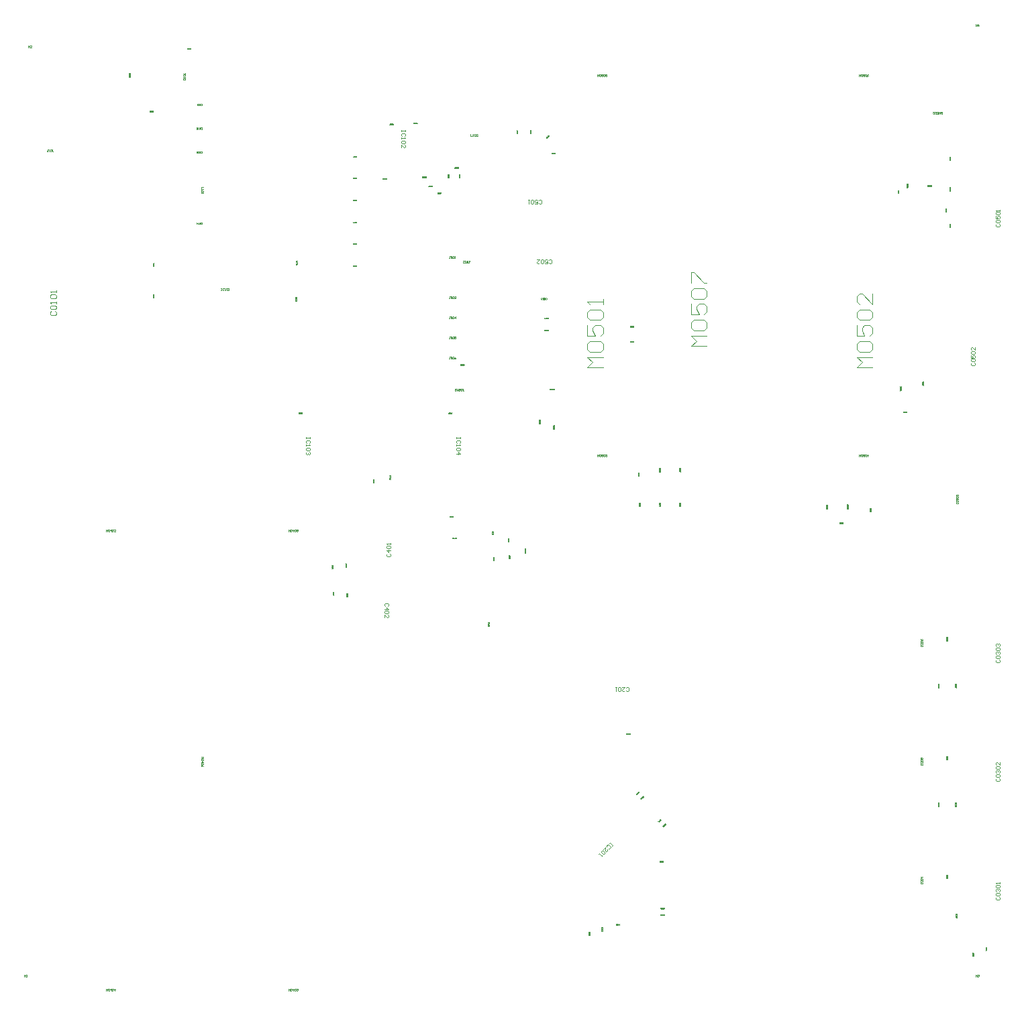
<source format=gbr>
%TF.GenerationSoftware,Altium Limited,Altium Designer,22.4.2 (48)*%
G04 Layer_Color=32768*
%FSLAX26Y26*%
%MOIN*%
%TF.SameCoordinates,1C2CB1AA-ACBE-45DF-AC24-D873E68AE3FE*%
%TF.FilePolarity,Positive*%
%TF.FileFunction,Other,Top_Value*%
%TF.Part,Single*%
G01*
G75*
%TA.AperFunction,NonConductor*%
%ADD96C,0.003937*%
%ADD97C,0.001000*%
D96*
X3685700Y5135176D02*
X3688980Y5131896D01*
X3695539D01*
X3698819Y5135176D01*
Y5148295D01*
X3695539Y5151575D01*
X3688980D01*
X3685700Y5148295D01*
X3666021Y5131896D02*
X3679140D01*
Y5141735D01*
X3672581Y5138456D01*
X3669301D01*
X3666021Y5141735D01*
Y5148295D01*
X3669301Y5151575D01*
X3675860D01*
X3679140Y5148295D01*
X3659462Y5135176D02*
X3656182Y5131896D01*
X3649622D01*
X3646343Y5135176D01*
Y5148295D01*
X3649622Y5151575D01*
X3656182D01*
X3659462Y5148295D01*
Y5135176D01*
X3639783Y5151575D02*
X3633224D01*
X3636503D01*
Y5131896D01*
X3639783Y5135176D01*
X3734912Y4839900D02*
X3738192Y4836621D01*
X3744752D01*
X3748032Y4839900D01*
Y4853019D01*
X3744752Y4856299D01*
X3738192D01*
X3734912Y4853019D01*
X3715234Y4836621D02*
X3728353D01*
Y4846460D01*
X3721793Y4843180D01*
X3718514D01*
X3715234Y4846460D01*
Y4853019D01*
X3718514Y4856299D01*
X3725073D01*
X3728353Y4853019D01*
X3708674Y4839900D02*
X3705394Y4836621D01*
X3698835D01*
X3695555Y4839900D01*
Y4853019D01*
X3698835Y4856299D01*
X3705394D01*
X3708674Y4853019D01*
Y4839900D01*
X3675877Y4856299D02*
X3688996D01*
X3675877Y4843180D01*
Y4839900D01*
X3679156Y4836621D01*
X3685716D01*
X3688996Y4839900D01*
X4118771Y2713916D02*
X4122051Y2710636D01*
X4128610D01*
X4131890Y2713916D01*
Y2727035D01*
X4128610Y2730315D01*
X4122051D01*
X4118771Y2727035D01*
X4099092Y2730315D02*
X4112211D01*
X4099092Y2717196D01*
Y2713916D01*
X4102372Y2710636D01*
X4108931D01*
X4112211Y2713916D01*
X4092533D02*
X4089253Y2710636D01*
X4082693D01*
X4079414Y2713916D01*
Y2727035D01*
X4082693Y2730315D01*
X4089253D01*
X4092533Y2727035D01*
Y2713916D01*
X4072854Y2730315D02*
X4066294D01*
X4069574D01*
Y2710636D01*
X4072854Y2713916D01*
X2931042Y3392843D02*
X2927762Y3389564D01*
Y3383004D01*
X2931042Y3379724D01*
X2944161D01*
X2947441Y3383004D01*
Y3389564D01*
X2944161Y3392843D01*
X2947441Y3409242D02*
X2927762D01*
X2937602Y3399403D01*
Y3412522D01*
X2931042Y3419082D02*
X2927762Y3422361D01*
Y3428921D01*
X2931042Y3432201D01*
X2944161D01*
X2947441Y3428921D01*
Y3422361D01*
X2944161Y3419082D01*
X2931042D01*
X2947441Y3438760D02*
Y3445320D01*
Y3442040D01*
X2927762D01*
X2931042Y3438760D01*
X2936281Y3134519D02*
X2939561Y3137798D01*
Y3144358D01*
X2936281Y3147638D01*
X2923162D01*
X2919882Y3144358D01*
Y3137798D01*
X2923162Y3134519D01*
X2919882Y3118120D02*
X2939561D01*
X2929721Y3127959D01*
Y3114840D01*
X2936281Y3108281D02*
X2939561Y3105001D01*
Y3098441D01*
X2936281Y3095162D01*
X2923162D01*
X2919882Y3098441D01*
Y3105001D01*
X2923162Y3108281D01*
X2936281D01*
X2919882Y3075483D02*
Y3088602D01*
X2933001Y3075483D01*
X2936281D01*
X2939561Y3078763D01*
Y3085322D01*
X2936281Y3088602D01*
D97*
X5957267Y5032527D02*
X5953987Y5029247D01*
Y5022687D01*
X5957267Y5019408D01*
X5970386D01*
X5973666Y5022687D01*
Y5029247D01*
X5970386Y5032527D01*
X5953987Y5048926D02*
Y5042366D01*
X5957267Y5039086D01*
X5970386D01*
X5973666Y5042366D01*
Y5048926D01*
X5970386Y5052205D01*
X5957267D01*
X5953987Y5048926D01*
Y5071884D02*
Y5058765D01*
X5963826D01*
X5960546Y5065324D01*
Y5068604D01*
X5963826Y5071884D01*
X5970386D01*
X5973666Y5068604D01*
Y5062045D01*
X5970386Y5058765D01*
X5957267Y5078443D02*
X5953987Y5081723D01*
Y5088283D01*
X5957267Y5091562D01*
X5970386D01*
X5973666Y5088283D01*
Y5081723D01*
X5970386Y5078443D01*
X5957267D01*
X5973666Y5098122D02*
Y5104681D01*
Y5101402D01*
X5953987D01*
X5957267Y5098122D01*
X3619171Y3419291D02*
Y3417625D01*
Y3418458D01*
X3614173D01*
Y3419291D01*
Y3417625D01*
X3618338Y3411794D02*
X3619171Y3412627D01*
Y3414293D01*
X3618338Y3415126D01*
X3615006D01*
X3614173Y3414293D01*
Y3412627D01*
X3615006Y3411794D01*
X3614173Y3410128D02*
Y3408462D01*
Y3409295D01*
X3619171D01*
X3618338Y3410128D01*
Y3405962D02*
X3619171Y3405129D01*
Y3403463D01*
X3618338Y3402630D01*
X3615006D01*
X3614173Y3403463D01*
Y3405129D01*
X3615006Y3405962D01*
X3618338D01*
X3619171Y3397632D02*
Y3400964D01*
X3616672D01*
X3617505Y3399298D01*
Y3398465D01*
X3616672Y3397632D01*
X3615006D01*
X3614173Y3398465D01*
Y3400131D01*
X3615006Y3400964D01*
X3346457Y5478343D02*
Y5468504D01*
X3353016D01*
X3356296D02*
X3359576D01*
X3357936D01*
Y5478343D01*
X3356296Y5476703D01*
X3364495D02*
X3366135Y5478343D01*
X3369415D01*
X3371055Y5476703D01*
Y5470144D01*
X3369415Y5468504D01*
X3366135D01*
X3364495Y5470144D01*
Y5476703D01*
X3380894Y5468504D02*
X3374335D01*
X3380894Y5475063D01*
Y5476703D01*
X3379254Y5478343D01*
X3375975D01*
X3374335Y5476703D01*
X5703663Y5092520D02*
X5708661D01*
Y5095019D01*
X5707828Y5095852D01*
X5704496D01*
X5703663Y5095019D01*
Y5092520D01*
Y5100850D02*
Y5097518D01*
X5706162D01*
X5705329Y5099184D01*
Y5100017D01*
X5706162Y5100850D01*
X5707828D01*
X5708661Y5100017D01*
Y5098351D01*
X5707828Y5097518D01*
X5704496Y5102516D02*
X5703663Y5103350D01*
Y5105016D01*
X5704496Y5105849D01*
X5707828D01*
X5708661Y5105016D01*
Y5103350D01*
X5707828Y5102516D01*
X5704496D01*
X5708661Y5107515D02*
Y5109181D01*
Y5108348D01*
X5703663D01*
X5704496Y5107515D01*
X5215474Y3616142D02*
Y3617808D01*
Y3616975D01*
X5220472D01*
Y3616142D01*
Y3617808D01*
X5216307Y3623639D02*
X5215474Y3622806D01*
Y3621140D01*
X5216307Y3620307D01*
X5219639D01*
X5220472Y3621140D01*
Y3622806D01*
X5219639Y3623639D01*
X5215474Y3628638D02*
Y3625305D01*
X5217973D01*
X5217140Y3626972D01*
Y3627805D01*
X5217973Y3628638D01*
X5219639D01*
X5220472Y3627805D01*
Y3626139D01*
X5219639Y3625305D01*
X5216307Y3630304D02*
X5215474Y3631137D01*
Y3632803D01*
X5216307Y3633636D01*
X5219639D01*
X5220472Y3632803D01*
Y3631137D01*
X5219639Y3630304D01*
X5216307D01*
Y3635302D02*
X5215474Y3636135D01*
Y3637801D01*
X5216307Y3638635D01*
X5217140D01*
X5217973Y3637801D01*
Y3636968D01*
Y3637801D01*
X5218806Y3638635D01*
X5219639D01*
X5220472Y3637801D01*
Y3636135D01*
X5219639Y3635302D01*
X5635827Y5221380D02*
X5632494D01*
X5634161D01*
Y5226378D01*
X5630828D02*
Y5221380D01*
X5628329D01*
X5627496Y5222213D01*
Y5223879D01*
X5628329Y5224712D01*
X5630828D01*
X5629162D02*
X5627496Y5226378D01*
X5622498Y5221380D02*
X5625830D01*
Y5223879D01*
X5624164Y5223046D01*
X5623331D01*
X5622498Y5223879D01*
Y5225545D01*
X5623331Y5226378D01*
X5624997D01*
X5625830Y5225545D01*
X5620832Y5222213D02*
X5619998Y5221380D01*
X5618332D01*
X5617499Y5222213D01*
Y5225545D01*
X5618332Y5226378D01*
X5619998D01*
X5620832Y5225545D01*
Y5222213D01*
X5615833Y5226378D02*
X5614167D01*
X5615000D01*
Y5221380D01*
X5615833Y5222213D01*
X1648545Y5761811D02*
Y5765143D01*
Y5763477D01*
X1653543D01*
Y5766809D02*
X1648545D01*
Y5769309D01*
X1649378Y5770142D01*
X1651044D01*
X1651877Y5769309D01*
Y5766809D01*
Y5768475D02*
X1653543Y5770142D01*
Y5771808D02*
Y5773474D01*
Y5772641D01*
X1648545D01*
X1649378Y5771808D01*
Y5775973D02*
X1648545Y5776806D01*
Y5778472D01*
X1649378Y5779305D01*
X1652710D01*
X1653543Y5778472D01*
Y5776806D01*
X1652710Y5775973D01*
X1649378D01*
X1653543Y5780971D02*
Y5782638D01*
Y5781805D01*
X1648545D01*
X1649378Y5780971D01*
X5580712Y2933071D02*
X5590551D01*
Y2937991D01*
X5588911Y2939630D01*
X5582352D01*
X5580712Y2937991D01*
Y2933071D01*
X5590551Y2949470D02*
Y2942910D01*
X5583992Y2949470D01*
X5582352D01*
X5580712Y2947830D01*
Y2944550D01*
X5582352Y2942910D01*
Y2952749D02*
X5580712Y2954389D01*
Y2957669D01*
X5582352Y2959309D01*
X5588911D01*
X5590551Y2957669D01*
Y2954389D01*
X5588911Y2952749D01*
X5582352D01*
X5580712Y2969148D02*
X5582352Y2965869D01*
X5585632Y2962589D01*
X5588911D01*
X5590551Y2964229D01*
Y2967508D01*
X5588911Y2969148D01*
X5587271D01*
X5585632Y2967508D01*
Y2962589D01*
X1919295Y5750984D02*
X1929134D01*
Y5755904D01*
X1927494Y5757544D01*
X1920935D01*
X1919295Y5755904D01*
Y5750984D01*
X1929134Y5760824D02*
Y5764103D01*
Y5762463D01*
X1919295D01*
X1920935Y5760824D01*
Y5769023D02*
X1919295Y5770663D01*
Y5773943D01*
X1920935Y5775582D01*
X1927494D01*
X1929134Y5773943D01*
Y5770663D01*
X1927494Y5769023D01*
X1920935D01*
X1929134Y5778862D02*
Y5782142D01*
Y5780502D01*
X1919295D01*
X1920935Y5778862D01*
X3021962Y5500000D02*
Y5493336D01*
Y5496668D01*
X3001968D01*
Y5500000D01*
Y5493336D01*
X3018630Y5470010D02*
X3021962Y5473342D01*
Y5480006D01*
X3018630Y5483339D01*
X3005301D01*
X3001968Y5480006D01*
Y5473342D01*
X3005301Y5470010D01*
X3001968Y5463345D02*
Y5456681D01*
Y5460013D01*
X3021962D01*
X3018630Y5463345D01*
Y5446684D02*
X3021962Y5443352D01*
Y5436687D01*
X3018630Y5433355D01*
X3005301D01*
X3001968Y5436687D01*
Y5443352D01*
X3005301Y5446684D01*
X3018630D01*
X3001968Y5413361D02*
Y5426690D01*
X3015298Y5413361D01*
X3018630D01*
X3021962Y5416694D01*
Y5423358D01*
X3018630Y5426690D01*
X1262803Y4598419D02*
X1257883Y4593499D01*
Y4583660D01*
X1262803Y4578740D01*
X1282482D01*
X1287402Y4583660D01*
Y4593499D01*
X1282482Y4598419D01*
X1257883Y4623017D02*
Y4613178D01*
X1262803Y4608258D01*
X1282482D01*
X1287402Y4613178D01*
Y4623017D01*
X1282482Y4627937D01*
X1262803D01*
X1257883Y4623017D01*
X1287402Y4637776D02*
Y4647616D01*
Y4642696D01*
X1257883D01*
X1262803Y4637776D01*
Y4662375D02*
X1257883Y4667294D01*
Y4677134D01*
X1262803Y4682053D01*
X1282482D01*
X1287402Y4677134D01*
Y4667294D01*
X1282482Y4662375D01*
X1262803D01*
X1287402Y4691893D02*
Y4701732D01*
Y4696812D01*
X1257883D01*
X1262803Y4691893D01*
X2106299Y4714564D02*
X2109579D01*
X2107939D01*
Y4704724D01*
X2106299D01*
X2109579D01*
X2121058Y4712924D02*
X2119418Y4714564D01*
X2116139D01*
X2114499Y4712924D01*
Y4706364D01*
X2116139Y4704724D01*
X2119418D01*
X2121058Y4706364D01*
X2124338Y4704724D02*
X2127618D01*
X2125978D01*
Y4714564D01*
X2124338Y4712924D01*
X2132537D02*
X2134177Y4714564D01*
X2137457D01*
X2139097Y4712924D01*
Y4706364D01*
X2137457Y4704724D01*
X2134177D01*
X2132537Y4706364D01*
Y4712924D01*
X2142377Y4704724D02*
X2145656D01*
X2144017D01*
Y4714564D01*
X2142377Y4712924D01*
X4303150Y1866142D02*
Y1861143D01*
X4300650D01*
X4299817Y1861976D01*
Y1863642D01*
X4300650Y1864476D01*
X4303150D01*
X4301484D02*
X4299817Y1866142D01*
X4294819D02*
X4298151D01*
X4294819Y1862809D01*
Y1861976D01*
X4295652Y1861143D01*
X4297318D01*
X4298151Y1861976D01*
X4293153Y1866142D02*
X4291487D01*
X4292320D01*
Y1861143D01*
X4293153Y1861976D01*
X4285655Y1861143D02*
X4288988D01*
Y1863642D01*
X4287321Y1862809D01*
X4286488D01*
X4285655Y1863642D01*
Y1865309D01*
X4286488Y1866142D01*
X4288154D01*
X4288988Y1865309D01*
X4054322Y1945446D02*
X4049684Y1940808D01*
X4052003Y1943127D01*
X4038088Y1957042D01*
X4040407Y1959361D01*
X4035769Y1954723D01*
X4031131Y1926893D02*
X4035769Y1926893D01*
X4040407Y1931531D01*
X4040407Y1936169D01*
X4031131Y1945446D01*
X4026492D01*
X4021854Y1940808D01*
Y1936169D01*
X4005620Y1924574D02*
X4014897Y1933850D01*
Y1915297D01*
X4017216Y1912978D01*
X4021854D01*
X4026492Y1917616D01*
Y1922255D01*
X4012578Y1908340D02*
X4012578Y1903701D01*
X4007939Y1899063D01*
X4003301Y1899063D01*
X3994024Y1908340D01*
Y1912978D01*
X3998663Y1917616D01*
X4003301D01*
X4012578Y1908340D01*
X3987067Y1906021D02*
X3982429Y1901382D01*
X3984748Y1903701D01*
X3998663Y1889786D01*
X3998663Y1894425D01*
X1246717Y5403540D02*
X1243437D01*
X1245077D01*
Y5395341D01*
X1243437Y5393701D01*
X1241797D01*
X1240158Y5395341D01*
X1249997Y5393701D02*
X1253277D01*
X1251637D01*
Y5403540D01*
X1249997Y5401900D01*
X1258196D02*
X1259836Y5403540D01*
X1263116D01*
X1264756Y5401900D01*
Y5395341D01*
X1263116Y5393701D01*
X1259836D01*
X1258196Y5395341D01*
Y5401900D01*
X1268035Y5393701D02*
X1271315D01*
X1269675D01*
Y5403540D01*
X1268035Y5401900D01*
X5682417Y5582352D02*
X5684057Y5580712D01*
X5687336D01*
X5688976Y5582352D01*
Y5583992D01*
X5687336Y5585632D01*
X5684057D01*
X5682417Y5587271D01*
Y5588911D01*
X5684057Y5590551D01*
X5687336D01*
X5688976Y5588911D01*
X5679137Y5580712D02*
Y5590551D01*
X5675857Y5587271D01*
X5672578Y5590551D01*
Y5580712D01*
X5662738D02*
X5669298D01*
Y5585632D01*
X5666018Y5583992D01*
X5664378D01*
X5662738Y5585632D01*
Y5588911D01*
X5664378Y5590551D01*
X5667658D01*
X5669298Y5588911D01*
X5659458Y5582352D02*
X5657819Y5580712D01*
X5654539D01*
X5652899Y5582352D01*
Y5588911D01*
X5654539Y5590551D01*
X5657819D01*
X5659458Y5588911D01*
Y5582352D01*
X5643060Y5590551D02*
X5649619D01*
X5643060Y5583992D01*
Y5582352D01*
X5644699Y5580712D01*
X5647979D01*
X5649619Y5582352D01*
X2017713Y5216535D02*
X2007874D01*
Y5209976D01*
Y5206696D02*
Y5203416D01*
Y5205056D01*
X2017713D01*
X2016073Y5206696D01*
Y5198497D02*
X2017713Y5196857D01*
Y5193577D01*
X2016073Y5191937D01*
X2009514D01*
X2007874Y5193577D01*
Y5196857D01*
X2009514Y5198497D01*
X2016073D01*
X2007874Y5188657D02*
Y5185378D01*
Y5187017D01*
X2017713D01*
X2016073Y5188657D01*
X3293301Y3972441D02*
Y3965881D01*
Y3969161D01*
X3273622D01*
Y3972441D01*
Y3965881D01*
X3290021Y3942923D02*
X3293301Y3946203D01*
Y3952762D01*
X3290021Y3956042D01*
X3276902D01*
X3273622Y3952762D01*
Y3946203D01*
X3276902Y3942923D01*
X3273622Y3936363D02*
Y3929804D01*
Y3933084D01*
X3293301D01*
X3290021Y3936363D01*
Y3919965D02*
X3293301Y3916685D01*
Y3910125D01*
X3290021Y3906845D01*
X3276902D01*
X3273622Y3910125D01*
Y3916685D01*
X3276902Y3919965D01*
X3290021D01*
X3273622Y3890447D02*
X3293301D01*
X3283461Y3900286D01*
Y3887167D01*
X5723348Y5348425D02*
X5728346D01*
Y5350924D01*
X5727513Y5351757D01*
X5724181D01*
X5723348Y5350924D01*
Y5348425D01*
Y5356756D02*
Y5353423D01*
X5725847D01*
X5725014Y5355090D01*
Y5355923D01*
X5725847Y5356756D01*
X5727513D01*
X5728346Y5355923D01*
Y5354257D01*
X5727513Y5353423D01*
X5724181Y5358422D02*
X5723348Y5359255D01*
Y5360921D01*
X5724181Y5361754D01*
X5727513D01*
X5728346Y5360921D01*
Y5359255D01*
X5727513Y5358422D01*
X5724181D01*
X5723348Y5366753D02*
X5724181Y5365086D01*
X5725847Y5363420D01*
X5727513D01*
X5728346Y5364253D01*
Y5365919D01*
X5727513Y5366753D01*
X5726680D01*
X5725847Y5365919D01*
Y5363420D01*
X5854331Y6025587D02*
Y6015748D01*
Y6020668D01*
X5860890D01*
Y6025587D01*
Y6015748D01*
X5869090D02*
Y6025587D01*
X5864170Y6020668D01*
X5870730D01*
X5833995Y4341859D02*
X5830715Y4338579D01*
Y4332020D01*
X5833995Y4328740D01*
X5847114D01*
X5850394Y4332020D01*
Y4338579D01*
X5847114Y4341859D01*
X5830715Y4358258D02*
Y4351699D01*
X5833995Y4348419D01*
X5847114D01*
X5850394Y4351699D01*
Y4358258D01*
X5847114Y4361538D01*
X5833995D01*
X5830715Y4358258D01*
Y4381216D02*
Y4368097D01*
X5840554D01*
X5837275Y4374657D01*
Y4377937D01*
X5840554Y4381216D01*
X5847114D01*
X5850394Y4377937D01*
Y4371377D01*
X5847114Y4368097D01*
X5833995Y4387776D02*
X5830715Y4391056D01*
Y4397615D01*
X5833995Y4400895D01*
X5847114D01*
X5850394Y4397615D01*
Y4391056D01*
X5847114Y4387776D01*
X5833995D01*
X5850394Y4420574D02*
Y4407454D01*
X5837275Y4420574D01*
X5833995D01*
X5830715Y4417294D01*
Y4410734D01*
X5833995Y4407454D01*
X3437006Y3049214D02*
Y3053150D01*
X3434054D01*
Y3051182D01*
Y3053150D01*
X3431102D01*
Y3047246D02*
Y3045278D01*
Y3046262D01*
X3437006D01*
X3436022Y3047246D01*
Y3042326D02*
X3437006Y3041342D01*
Y3039374D01*
X3436022Y3038391D01*
X3432086D01*
X3431102Y3039374D01*
Y3041342D01*
X3432086Y3042326D01*
X3436022D01*
X3437006Y3032487D02*
Y3036423D01*
X3434054D01*
X3435038Y3034455D01*
Y3033471D01*
X3434054Y3032487D01*
X3432086D01*
X3431102Y3033471D01*
Y3035439D01*
X3432086Y3036423D01*
X2440945Y3503937D02*
Y3513776D01*
X2444225Y3510497D01*
X2447504Y3513776D01*
Y3503937D01*
X2455704Y3513776D02*
X2452424D01*
X2450784Y3512136D01*
Y3505577D01*
X2452424Y3503937D01*
X2455704D01*
X2457344Y3505577D01*
Y3512136D01*
X2455704Y3513776D01*
X2465543Y3503937D02*
Y3513776D01*
X2460624Y3508857D01*
X2467183D01*
X2470463Y3512136D02*
X2472103Y3513776D01*
X2475383D01*
X2477022Y3512136D01*
Y3505577D01*
X2475383Y3503937D01*
X2472103D01*
X2470463Y3505577D01*
Y3512136D01*
X2486862Y3513776D02*
X2480302D01*
Y3508857D01*
X2483582Y3510497D01*
X2485222D01*
X2486862Y3508857D01*
Y3505577D01*
X2485222Y3503937D01*
X2481942D01*
X2480302Y3505577D01*
X5342520Y4318898D02*
X5263805D01*
X5290043Y4345136D01*
X5263805Y4371374D01*
X5342520D01*
X5263805Y4436970D02*
Y4410732D01*
X5276924Y4397613D01*
X5329401D01*
X5342520Y4410732D01*
Y4436970D01*
X5329401Y4450089D01*
X5276924D01*
X5263805Y4436970D01*
Y4528804D02*
Y4476327D01*
X5303162D01*
X5290043Y4502565D01*
Y4515685D01*
X5303162Y4528804D01*
X5329401D01*
X5342520Y4515685D01*
Y4489446D01*
X5329401Y4476327D01*
X5276924Y4555042D02*
X5263805Y4568161D01*
Y4594400D01*
X5276924Y4607519D01*
X5329401D01*
X5342520Y4594400D01*
Y4568161D01*
X5329401Y4555042D01*
X5276924D01*
X5342520Y4686233D02*
Y4633757D01*
X5290043Y4686233D01*
X5276924D01*
X5263805Y4673114D01*
Y4646876D01*
X5276924Y4633757D01*
X4003937Y4318898D02*
X3925222D01*
X3951461Y4345136D01*
X3925222Y4371374D01*
X4003937D01*
X3925222Y4436970D02*
Y4410732D01*
X3938341Y4397613D01*
X3990818D01*
X4003937Y4410732D01*
Y4436970D01*
X3990818Y4450089D01*
X3938341D01*
X3925222Y4436970D01*
Y4528804D02*
Y4476327D01*
X3964580D01*
X3951461Y4502565D01*
Y4515685D01*
X3964580Y4528804D01*
X3990818D01*
X4003937Y4515685D01*
Y4489446D01*
X3990818Y4476327D01*
X3938341Y4555042D02*
X3925222Y4568161D01*
Y4594400D01*
X3938341Y4607519D01*
X3990818D01*
X4003937Y4594400D01*
Y4568161D01*
X3990818Y4555042D01*
X3938341D01*
X4003937Y4633757D02*
Y4659995D01*
Y4646876D01*
X3925222D01*
X3938341Y4633757D01*
X5757873Y2744096D02*
X5758856Y2745080D01*
Y2747048D01*
X5757873Y2748032D01*
X5753937D01*
X5752953Y2747048D01*
Y2745080D01*
X5753937Y2744096D01*
X5752953Y2738192D02*
Y2742128D01*
X5756889Y2738192D01*
X5757873D01*
X5758856Y2739176D01*
Y2741144D01*
X5757873Y2742128D01*
Y2736224D02*
X5758856Y2735240D01*
Y2733273D01*
X5757873Y2732289D01*
X5756889D01*
X5755905Y2733273D01*
Y2734256D01*
Y2733273D01*
X5754921Y2732289D01*
X5753937D01*
X5752953Y2733273D01*
Y2735240D01*
X5753937Y2736224D01*
X5758856Y2730321D02*
Y2726385D01*
X5757873D01*
X5753937Y2730321D01*
X5752953D01*
X2776195Y5365900D02*
X2777028Y5365066D01*
X2778694D01*
X2779528Y5365900D01*
Y5369232D01*
X2778694Y5370065D01*
X2777028D01*
X2776195Y5369232D01*
X2774529Y5370065D02*
X2772863D01*
X2773696D01*
Y5365066D01*
X2774529Y5365900D01*
X2767032Y5370065D02*
X2770364D01*
X2767032Y5366733D01*
Y5365900D01*
X2767865Y5365066D01*
X2769531D01*
X2770364Y5365900D01*
X2765365Y5365066D02*
X2762033D01*
Y5365900D01*
X2765365Y5369232D01*
Y5370065D01*
X5330480Y3605695D02*
X5329647Y3604861D01*
Y3603195D01*
X5330480Y3602362D01*
X5333813D01*
X5334646Y3603195D01*
Y3604861D01*
X5333813Y3605695D01*
X5329647Y3610693D02*
Y3607361D01*
X5332146D01*
X5331313Y3609027D01*
Y3609860D01*
X5332146Y3610693D01*
X5333813D01*
X5334646Y3609860D01*
Y3608194D01*
X5333813Y3607361D01*
X5330480Y3612359D02*
X5329647Y3613192D01*
Y3614858D01*
X5330480Y3615691D01*
X5333813D01*
X5334646Y3614858D01*
Y3613192D01*
X5333813Y3612359D01*
X5330480D01*
X5333813Y3617357D02*
X5334646Y3618191D01*
Y3619857D01*
X5333813Y3620690D01*
X5330480D01*
X5329647Y3619857D01*
Y3618191D01*
X5330480Y3617357D01*
X5331313D01*
X5332146Y3618191D01*
Y3620690D01*
X4180678Y2206284D02*
X4181856D01*
X4183034Y2207462D01*
Y2208640D01*
X4180678Y2210996D01*
X4179500D01*
X4178322Y2209818D01*
Y2208640D01*
X4174198Y2205695D02*
X4176555Y2208051D01*
Y2203338D01*
X4177144Y2202749D01*
X4178322D01*
X4179500Y2203927D01*
Y2205106D01*
X4170664Y2202160D02*
X4173020Y2204516D01*
Y2199804D01*
X4173609Y2199215D01*
X4174788D01*
X4175966Y2200393D01*
Y2201571D01*
X4172431Y2198037D02*
Y2196858D01*
X4171253Y2195680D01*
X4170075D01*
X4169486Y2196269D01*
Y2197448D01*
X4170075Y2198037D01*
X4169486Y2197448D01*
X4168308D01*
X4167719Y2198037D01*
Y2199215D01*
X4168897Y2200393D01*
X4170075D01*
X5759517Y3648292D02*
X5757877Y3646652D01*
Y3643372D01*
X5759517Y3641732D01*
X5766077D01*
X5767717Y3643372D01*
Y3646652D01*
X5766077Y3648292D01*
X5757877Y3656491D02*
Y3653211D01*
X5759517Y3651572D01*
X5766077D01*
X5767717Y3653211D01*
Y3656491D01*
X5766077Y3658131D01*
X5759517D01*
X5757877Y3656491D01*
Y3667970D02*
Y3661411D01*
X5762797D01*
X5761157Y3664691D01*
Y3666331D01*
X5762797Y3667970D01*
X5766077D01*
X5767717Y3666331D01*
Y3663051D01*
X5766077Y3661411D01*
X5759517Y3671250D02*
X5757877Y3672890D01*
Y3676170D01*
X5759517Y3677810D01*
X5766077D01*
X5767717Y3676170D01*
Y3672890D01*
X5766077Y3671250D01*
X5759517D01*
Y3681090D02*
X5757877Y3682729D01*
Y3686009D01*
X5759517Y3687649D01*
X5761157D01*
X5762797Y3686009D01*
Y3684369D01*
Y3686009D01*
X5764437Y3687649D01*
X5766077D01*
X5767717Y3686009D01*
Y3682729D01*
X5766077Y3681090D01*
X3243370Y4372831D02*
X3240091D01*
X3241731D01*
Y4364632D01*
X3240091Y4362992D01*
X3238451D01*
X3236811Y4364632D01*
X3253210Y4372831D02*
X3246650D01*
Y4367912D01*
X3249930Y4369552D01*
X3251570D01*
X3253210Y4367912D01*
Y4364632D01*
X3251570Y4362992D01*
X3248290D01*
X3246650Y4364632D01*
X3256490Y4371191D02*
X3258130Y4372831D01*
X3261409D01*
X3263049Y4371191D01*
Y4364632D01*
X3261409Y4362992D01*
X3258130D01*
X3256490Y4364632D01*
Y4371191D01*
X3272888Y4372831D02*
X3269609Y4371191D01*
X3266329Y4367912D01*
Y4364632D01*
X3267969Y4362992D01*
X3271249D01*
X3272888Y4364632D01*
Y4366272D01*
X3271249Y4367912D01*
X3266329D01*
X4134463Y2495835D02*
X4135296Y2495002D01*
X4136962D01*
X4137795Y2495835D01*
Y2499167D01*
X4136962Y2500000D01*
X4135296D01*
X4134463Y2499167D01*
X4129465Y2500000D02*
X4132797D01*
X4129465Y2496668D01*
Y2495835D01*
X4130298Y2495002D01*
X4131964D01*
X4132797Y2495835D01*
X4127798D02*
X4126965Y2495002D01*
X4125299D01*
X4124466Y2495835D01*
Y2499167D01*
X4125299Y2500000D01*
X4126965D01*
X4127798Y2499167D01*
Y2495835D01*
X4122800D02*
X4121967Y2495002D01*
X4120301D01*
X4119468Y2495835D01*
Y2496668D01*
X4120301Y2497501D01*
X4121134D01*
X4120301D01*
X4119468Y2498334D01*
Y2499167D01*
X4120301Y2500000D01*
X4121967D01*
X4122800Y2499167D01*
X2724181Y3330104D02*
X2723348Y3329271D01*
Y3327605D01*
X2724181Y3326772D01*
X2727513D01*
X2728346Y3327605D01*
Y3329271D01*
X2727513Y3330104D01*
X2728346Y3334269D02*
X2723348D01*
X2725847Y3331770D01*
Y3335102D01*
X2724181Y3336768D02*
X2723348Y3337602D01*
Y3339268D01*
X2724181Y3340101D01*
X2727513D01*
X2728346Y3339268D01*
Y3337602D01*
X2727513Y3336768D01*
X2724181D01*
X2728346Y3344266D02*
X2723348D01*
X2725847Y3341767D01*
Y3345099D01*
X2732512Y3193518D02*
X2733345Y3194351D01*
Y3196017D01*
X2732512Y3196850D01*
X2729180D01*
X2728347Y3196017D01*
Y3194351D01*
X2729180Y3193518D01*
X2728347Y3189353D02*
X2733345D01*
X2730846Y3191852D01*
Y3188520D01*
X2732512Y3186854D02*
X2733345Y3186020D01*
Y3184354D01*
X2732512Y3183521D01*
X2729180D01*
X2728347Y3184354D01*
Y3186020D01*
X2729180Y3186854D01*
X2732512D01*
X2733345Y3178523D02*
Y3181855D01*
X2730846D01*
X2731679Y3180189D01*
Y3179356D01*
X2730846Y3178523D01*
X2729180D01*
X2728347Y3179356D01*
Y3181022D01*
X2729180Y3181855D01*
X2657252Y3322230D02*
X2656419Y3321397D01*
Y3319731D01*
X2657252Y3318898D01*
X2660584D01*
X2661417Y3319731D01*
Y3321397D01*
X2660584Y3322230D01*
X2661417Y3326395D02*
X2656419D01*
X2658918Y3323896D01*
Y3327228D01*
X2657252Y3328894D02*
X2656419Y3329727D01*
Y3331394D01*
X2657252Y3332227D01*
X2660584D01*
X2661417Y3331394D01*
Y3329727D01*
X2660584Y3328894D01*
X2657252D01*
X2656419Y3337225D02*
X2657252Y3335559D01*
X2658918Y3333893D01*
X2660584D01*
X2661417Y3334726D01*
Y3336392D01*
X2660584Y3337225D01*
X2659751D01*
X2658918Y3336392D01*
Y3333893D01*
X2665583Y3201392D02*
X2666416Y3202225D01*
Y3203891D01*
X2665583Y3204724D01*
X2662250D01*
X2661417Y3203891D01*
Y3202225D01*
X2662250Y3201392D01*
X2661417Y3197227D02*
X2666416D01*
X2663916Y3199726D01*
Y3196394D01*
X2665583Y3194728D02*
X2666416Y3193894D01*
Y3192228D01*
X2665583Y3191395D01*
X2662250D01*
X2661417Y3192228D01*
Y3193894D01*
X2662250Y3194728D01*
X2665583D01*
X2666416Y3189729D02*
Y3186397D01*
X2665583D01*
X2662250Y3189729D01*
X2661417D01*
X3719162Y4658795D02*
X3720474Y4657483D01*
X3723098D01*
X3724410Y4658795D01*
Y4664042D01*
X3723098Y4665354D01*
X3720474D01*
X3719162Y4664042D01*
X3711290Y4657483D02*
X3716538D01*
Y4661419D01*
X3713914Y4660107D01*
X3712602D01*
X3711290Y4661419D01*
Y4664042D01*
X3712602Y4665354D01*
X3715226D01*
X3716538Y4664042D01*
X3708666Y4658795D02*
X3707355Y4657483D01*
X3704731D01*
X3703419Y4658795D01*
Y4664042D01*
X3704731Y4665354D01*
X3707355D01*
X3708666Y4664042D01*
Y4658795D01*
X3700795D02*
X3699483Y4657483D01*
X3696859D01*
X3695547Y4658795D01*
Y4660107D01*
X3696859Y4661419D01*
X3698171D01*
X3696859D01*
X3695547Y4662730D01*
Y4664042D01*
X3696859Y4665354D01*
X3699483D01*
X3700795Y4664042D01*
X3726983Y4562764D02*
X3727816Y4561931D01*
X3729482D01*
X3730315Y4562764D01*
Y4566096D01*
X3729482Y4566929D01*
X3727816D01*
X3726983Y4566096D01*
X3721984Y4561931D02*
X3725316D01*
Y4564430D01*
X3723650Y4563597D01*
X3722817D01*
X3721984Y4564430D01*
Y4566096D01*
X3722817Y4566929D01*
X3724483D01*
X3725316Y4566096D01*
X3720318Y4562764D02*
X3719485Y4561931D01*
X3717819D01*
X3716986Y4562764D01*
Y4566096D01*
X3717819Y4566929D01*
X3719485D01*
X3720318Y4566096D01*
Y4562764D01*
X3712820Y4566929D02*
Y4561931D01*
X3715320Y4564430D01*
X3711987D01*
X3726983Y4503709D02*
X3727816Y4502876D01*
X3729482D01*
X3730315Y4503709D01*
Y4507041D01*
X3729482Y4507874D01*
X3727816D01*
X3726983Y4507041D01*
X3721984Y4502876D02*
X3725316D01*
Y4505375D01*
X3723650Y4504542D01*
X3722817D01*
X3721984Y4505375D01*
Y4507041D01*
X3722817Y4507874D01*
X3724483D01*
X3725316Y4507041D01*
X3720318Y4503709D02*
X3719485Y4502876D01*
X3717819D01*
X3716986Y4503709D01*
Y4507041D01*
X3717819Y4507874D01*
X3719485D01*
X3720318Y4507041D01*
Y4503709D01*
X3711987Y4502876D02*
X3715320D01*
Y4505375D01*
X3713654Y4504542D01*
X3712820D01*
X3711987Y4505375D01*
Y4507041D01*
X3712820Y4507874D01*
X3714487D01*
X3715320Y4507041D01*
X5509660Y4095835D02*
X5510493Y4095002D01*
X5512159D01*
X5512992Y4095835D01*
Y4099167D01*
X5512159Y4100000D01*
X5510493D01*
X5509660Y4099167D01*
X5504661Y4095002D02*
X5507994D01*
Y4097501D01*
X5506328Y4096668D01*
X5505494D01*
X5504661Y4097501D01*
Y4099167D01*
X5505494Y4100000D01*
X5507160D01*
X5507994Y4099167D01*
X5502995Y4095835D02*
X5502162Y4095002D01*
X5500496D01*
X5499663Y4095835D01*
Y4099167D01*
X5500496Y4100000D01*
X5502162D01*
X5502995Y4099167D01*
Y4095835D01*
X5494664Y4095002D02*
X5496331Y4095835D01*
X5497997Y4097501D01*
Y4099167D01*
X5497164Y4100000D01*
X5495498D01*
X5494664Y4099167D01*
Y4098334D01*
X5495498Y4097501D01*
X5497997D01*
X5593535Y4245290D02*
X5594368Y4246123D01*
Y4247789D01*
X5593535Y4248622D01*
X5590203D01*
X5589370Y4247789D01*
Y4246123D01*
X5590203Y4245290D01*
X5594368Y4240291D02*
Y4243624D01*
X5591869D01*
X5592702Y4241958D01*
Y4241124D01*
X5591869Y4240291D01*
X5590203D01*
X5589370Y4241124D01*
Y4242791D01*
X5590203Y4243624D01*
X5593535Y4238625D02*
X5594368Y4237792D01*
Y4236126D01*
X5593535Y4235293D01*
X5590203D01*
X5589370Y4236126D01*
Y4237792D01*
X5590203Y4238625D01*
X5593535D01*
X5594368Y4233627D02*
Y4230294D01*
X5593535D01*
X5590203Y4233627D01*
X5589370D01*
X5957267Y1686070D02*
X5953987Y1682790D01*
Y1676231D01*
X5957267Y1672951D01*
X5970386D01*
X5973666Y1676231D01*
Y1682790D01*
X5970386Y1686070D01*
X5953987Y1702469D02*
Y1695909D01*
X5957267Y1692630D01*
X5970386D01*
X5973666Y1695909D01*
Y1702469D01*
X5970386Y1705749D01*
X5957267D01*
X5953987Y1702469D01*
X5957267Y1712308D02*
X5953987Y1715588D01*
Y1722147D01*
X5957267Y1725427D01*
X5960546D01*
X5963826Y1722147D01*
Y1718868D01*
Y1722147D01*
X5967106Y1725427D01*
X5970386D01*
X5973666Y1722147D01*
Y1715588D01*
X5970386Y1712308D01*
X5957267Y1731987D02*
X5953987Y1735266D01*
Y1741826D01*
X5957267Y1745106D01*
X5970386D01*
X5973666Y1741826D01*
Y1735266D01*
X5970386Y1731987D01*
X5957267D01*
X5973666Y1751665D02*
Y1758225D01*
Y1754945D01*
X5953987D01*
X5957267Y1751665D01*
Y2276621D02*
X5953987Y2273341D01*
Y2266782D01*
X5957267Y2263502D01*
X5970386D01*
X5973666Y2266782D01*
Y2273341D01*
X5970386Y2276621D01*
X5953987Y2293020D02*
Y2286461D01*
X5957267Y2283181D01*
X5970386D01*
X5973666Y2286461D01*
Y2293020D01*
X5970386Y2296300D01*
X5957267D01*
X5953987Y2293020D01*
X5957267Y2302859D02*
X5953987Y2306139D01*
Y2312699D01*
X5957267Y2315978D01*
X5960546D01*
X5963826Y2312699D01*
Y2309419D01*
Y2312699D01*
X5967106Y2315978D01*
X5970386D01*
X5973666Y2312699D01*
Y2306139D01*
X5970386Y2302859D01*
X5957267Y2322538D02*
X5953987Y2325818D01*
Y2332377D01*
X5957267Y2335657D01*
X5970386D01*
X5973666Y2332377D01*
Y2325818D01*
X5970386Y2322538D01*
X5957267D01*
X5973666Y2355336D02*
Y2342216D01*
X5960546Y2355336D01*
X5957267D01*
X5953987Y2352056D01*
Y2345496D01*
X5957267Y2342216D01*
Y2867172D02*
X5953987Y2863893D01*
Y2857333D01*
X5957267Y2854053D01*
X5970386D01*
X5973666Y2857333D01*
Y2863893D01*
X5970386Y2867172D01*
X5953987Y2883571D02*
Y2877012D01*
X5957267Y2873732D01*
X5970386D01*
X5973666Y2877012D01*
Y2883571D01*
X5970386Y2886851D01*
X5957267D01*
X5953987Y2883571D01*
X5957267Y2893410D02*
X5953987Y2896690D01*
Y2903250D01*
X5957267Y2906530D01*
X5960546D01*
X5963826Y2903250D01*
Y2899970D01*
Y2903250D01*
X5967106Y2906530D01*
X5970386D01*
X5973666Y2903250D01*
Y2896690D01*
X5970386Y2893410D01*
X5957267Y2913089D02*
X5953987Y2916369D01*
Y2922928D01*
X5957267Y2926208D01*
X5970386D01*
X5973666Y2922928D01*
Y2916369D01*
X5970386Y2913089D01*
X5957267D01*
Y2932768D02*
X5953987Y2936048D01*
Y2942607D01*
X5957267Y2945887D01*
X5960546D01*
X5963826Y2942607D01*
Y2939327D01*
Y2942607D01*
X5967106Y2945887D01*
X5970386D01*
X5973666Y2942607D01*
Y2936048D01*
X5970386Y2932768D01*
X5713660Y1797244D02*
X5708661D01*
Y1794745D01*
X5709494Y1793912D01*
X5712827D01*
X5713660Y1794745D01*
Y1797244D01*
X5708661Y1788913D02*
Y1792246D01*
X5711994Y1788913D01*
X5712827D01*
X5713660Y1789746D01*
Y1791413D01*
X5712827Y1792246D01*
Y1787247D02*
X5713660Y1786414D01*
Y1784748D01*
X5712827Y1783915D01*
X5709494D01*
X5708661Y1784748D01*
Y1786414D01*
X5709494Y1787247D01*
X5712827D01*
X5708661Y1782249D02*
Y1780583D01*
Y1781416D01*
X5713660D01*
X5712827Y1782249D01*
X5713660Y2387795D02*
X5708661D01*
Y2385296D01*
X5709494Y2384463D01*
X5712827D01*
X5713660Y2385296D01*
Y2387795D01*
X5708661Y2379465D02*
Y2382797D01*
X5711994Y2379465D01*
X5712827D01*
X5713660Y2380298D01*
Y2381964D01*
X5712827Y2382797D01*
Y2377798D02*
X5713660Y2376965D01*
Y2375299D01*
X5712827Y2374466D01*
X5709494D01*
X5708661Y2375299D01*
Y2376965D01*
X5709494Y2377798D01*
X5712827D01*
X5708661Y2369468D02*
Y2372800D01*
X5711994Y2369468D01*
X5712827D01*
X5713660Y2370301D01*
Y2371967D01*
X5712827Y2372800D01*
X5713660Y2978347D02*
X5708661D01*
Y2975847D01*
X5709494Y2975014D01*
X5712827D01*
X5713660Y2975847D01*
Y2978347D01*
X5708661Y2970016D02*
Y2973348D01*
X5711994Y2970016D01*
X5712827D01*
X5713660Y2970849D01*
Y2972515D01*
X5712827Y2973348D01*
Y2968350D02*
X5713660Y2967517D01*
Y2965851D01*
X5712827Y2965017D01*
X5709494D01*
X5708661Y2965851D01*
Y2967517D01*
X5709494Y2968350D01*
X5712827D01*
Y2963351D02*
X5713660Y2962518D01*
Y2960852D01*
X5712827Y2960019D01*
X5711994D01*
X5711161Y2960852D01*
Y2961685D01*
Y2960852D01*
X5710328Y2960019D01*
X5709494D01*
X5708661Y2960852D01*
Y2962518D01*
X5709494Y2963351D01*
X5580712Y1751968D02*
X5590551D01*
Y1756888D01*
X5588911Y1758528D01*
X5582352D01*
X5580712Y1756888D01*
Y1751968D01*
X5590551Y1768367D02*
Y1761808D01*
X5583992Y1768367D01*
X5582352D01*
X5580712Y1766727D01*
Y1763448D01*
X5582352Y1761808D01*
Y1771647D02*
X5580712Y1773287D01*
Y1776567D01*
X5582352Y1778207D01*
X5588911D01*
X5590551Y1776567D01*
Y1773287D01*
X5588911Y1771647D01*
X5582352D01*
X5590551Y1786406D02*
X5580712D01*
X5585632Y1781486D01*
Y1788046D01*
X5580712Y2342520D02*
X5590551D01*
Y2347439D01*
X5588911Y2349079D01*
X5582352D01*
X5580712Y2347439D01*
Y2342520D01*
X5590551Y2358919D02*
Y2352359D01*
X5583992Y2358919D01*
X5582352D01*
X5580712Y2357279D01*
Y2353999D01*
X5582352Y2352359D01*
Y2362198D02*
X5580712Y2363838D01*
Y2367118D01*
X5582352Y2368758D01*
X5588911D01*
X5590551Y2367118D01*
Y2363838D01*
X5588911Y2362198D01*
X5582352D01*
X5580712Y2378597D02*
Y2372038D01*
X5585632D01*
X5583992Y2375317D01*
Y2376957D01*
X5585632Y2378597D01*
X5588911D01*
X5590551Y2376957D01*
Y2373677D01*
X5588911Y2372038D01*
X4187479Y3647638D02*
X4182480D01*
Y3645139D01*
X4183313Y3644305D01*
X4186645D01*
X4187479Y3645139D01*
Y3647638D01*
Y3639307D02*
Y3642639D01*
X4184979D01*
X4185812Y3640973D01*
Y3640140D01*
X4184979Y3639307D01*
X4183313D01*
X4182480Y3640140D01*
Y3641806D01*
X4183313Y3642639D01*
X4186645Y3637641D02*
X4187479Y3636808D01*
Y3635142D01*
X4186645Y3634309D01*
X4183313D01*
X4182480Y3635142D01*
Y3636808D01*
X4183313Y3637641D01*
X4186645D01*
X4182480Y3629310D02*
Y3632643D01*
X4185812Y3629310D01*
X4186645D01*
X4187479Y3630143D01*
Y3631809D01*
X4186645Y3632643D01*
X3756222Y4013189D02*
X3761220D01*
Y4015688D01*
X3760387Y4016521D01*
X3757055D01*
X3756222Y4015688D01*
Y4013189D01*
Y4021520D02*
Y4018187D01*
X3758721D01*
X3757888Y4019853D01*
Y4020686D01*
X3758721Y4021520D01*
X3760387D01*
X3761220Y4020686D01*
Y4019020D01*
X3760387Y4018187D01*
X3757055Y4023186D02*
X3756222Y4024019D01*
Y4025685D01*
X3757055Y4026518D01*
X3760387D01*
X3761220Y4025685D01*
Y4024019D01*
X3760387Y4023186D01*
X3757055D01*
Y4028184D02*
X3756222Y4029017D01*
Y4030683D01*
X3757055Y4031516D01*
X3757888D01*
X3758721Y4030683D01*
Y4029850D01*
Y4030683D01*
X3759554Y4031516D01*
X3760387D01*
X3761220Y4030683D01*
Y4029017D01*
X3760387Y4028184D01*
X4287479Y3647638D02*
X4282480D01*
Y3645139D01*
X4283313Y3644305D01*
X4286645D01*
X4287479Y3645139D01*
Y3647638D01*
Y3639307D02*
Y3642639D01*
X4284979D01*
X4285812Y3640973D01*
Y3640140D01*
X4284979Y3639307D01*
X4283313D01*
X4282480Y3640140D01*
Y3641806D01*
X4283313Y3642639D01*
X4286645Y3637641D02*
X4287479Y3636808D01*
Y3635142D01*
X4286645Y3634309D01*
X4283313D01*
X4282480Y3635142D01*
Y3636808D01*
X4283313Y3637641D01*
X4286645D01*
X4282480Y3630143D02*
X4287479D01*
X4284979Y3632643D01*
Y3629310D01*
X4387479Y3647638D02*
X4382480D01*
Y3645139D01*
X4383313Y3644305D01*
X4386645D01*
X4387479Y3645139D01*
Y3647638D01*
Y3639307D02*
Y3642639D01*
X4384979D01*
X4385812Y3640973D01*
Y3640140D01*
X4384979Y3639307D01*
X4383313D01*
X4382480Y3640140D01*
Y3641806D01*
X4383313Y3642639D01*
X4386645Y3637641D02*
X4387479Y3636808D01*
Y3635142D01*
X4386645Y3634309D01*
X4383313D01*
X4382480Y3635142D01*
Y3636808D01*
X4383313Y3637641D01*
X4386645D01*
X4387479Y3629310D02*
Y3632643D01*
X4384979D01*
X4385812Y3630977D01*
Y3630143D01*
X4384979Y3629310D01*
X4383313D01*
X4382480Y3630143D01*
Y3631809D01*
X4383313Y3632643D01*
X5483739Y4225591D02*
Y4223925D01*
Y4224757D01*
X5478740D01*
Y4225591D01*
Y4223925D01*
X5482905Y4218093D02*
X5483739Y4218926D01*
Y4220592D01*
X5482905Y4221425D01*
X5479573D01*
X5478740Y4220592D01*
Y4218926D01*
X5479573Y4218093D01*
X5483739Y4213095D02*
Y4216427D01*
X5481239D01*
X5482072Y4214761D01*
Y4213928D01*
X5481239Y4213095D01*
X5479573D01*
X5478740Y4213928D01*
Y4215594D01*
X5479573Y4216427D01*
X5482905Y4211428D02*
X5483739Y4210595D01*
Y4208929D01*
X5482905Y4208096D01*
X5479573D01*
X5478740Y4208929D01*
Y4210595D01*
X5479573Y4211428D01*
X5482905D01*
X5478740Y4206430D02*
Y4204764D01*
Y4205597D01*
X5483739D01*
X5482905Y4206430D01*
X3761811Y4208781D02*
X3760145D01*
X3760978D01*
Y4213779D01*
X3761811D01*
X3760145D01*
X3754314Y4209614D02*
X3755147Y4208781D01*
X3756813D01*
X3757646Y4209614D01*
Y4212946D01*
X3756813Y4213779D01*
X3755147D01*
X3754314Y4212946D01*
X3749315Y4208781D02*
X3752647D01*
Y4211280D01*
X3750981Y4210447D01*
X3750148D01*
X3749315Y4211280D01*
Y4212946D01*
X3750148Y4213779D01*
X3751814D01*
X3752647Y4212946D01*
X3747649Y4209614D02*
X3746816Y4208781D01*
X3745150D01*
X3744317Y4209614D01*
Y4212946D01*
X3745150Y4213779D01*
X3746816D01*
X3747649Y4212946D01*
Y4209614D01*
X3739318Y4213779D02*
X3742651D01*
X3739318Y4210447D01*
Y4209614D01*
X3740151Y4208781D01*
X3741818D01*
X3742651Y4209614D01*
X3243370Y4872831D02*
X3240091D01*
X3241731D01*
Y4864632D01*
X3240091Y4862992D01*
X3238451D01*
X3236811Y4864632D01*
X3253210Y4872831D02*
X3246650D01*
Y4867912D01*
X3249930Y4869552D01*
X3251570D01*
X3253210Y4867912D01*
Y4864632D01*
X3251570Y4862992D01*
X3248290D01*
X3246650Y4864632D01*
X3256490Y4871191D02*
X3258130Y4872831D01*
X3261409D01*
X3263049Y4871191D01*
Y4864632D01*
X3261409Y4862992D01*
X3258130D01*
X3256490Y4864632D01*
Y4871191D01*
X3266329Y4862992D02*
X3269609D01*
X3267969D01*
Y4872831D01*
X3266329Y4871191D01*
X3336551Y4839767D02*
X3339830D01*
X3338191D01*
Y4847966D01*
X3339830Y4849606D01*
X3341470D01*
X3343110Y4847966D01*
X3326711Y4839767D02*
X3333271D01*
Y4844687D01*
X3329991Y4843047D01*
X3328351D01*
X3326711Y4844687D01*
Y4847966D01*
X3328351Y4849606D01*
X3331631D01*
X3333271Y4847966D01*
X3323432Y4841407D02*
X3321792Y4839767D01*
X3318512D01*
X3316872Y4841407D01*
Y4847966D01*
X3318512Y4849606D01*
X3321792D01*
X3323432Y4847966D01*
Y4841407D01*
X3307033Y4849606D02*
X3313592D01*
X3307033Y4843047D01*
Y4841407D01*
X3308673Y4839767D01*
X3311952D01*
X3313592Y4841407D01*
X3243370Y4672831D02*
X3240091D01*
X3241731D01*
Y4664632D01*
X3240091Y4662992D01*
X3238451D01*
X3236811Y4664632D01*
X3253210Y4672831D02*
X3246650D01*
Y4667912D01*
X3249930Y4669552D01*
X3251570D01*
X3253210Y4667912D01*
Y4664632D01*
X3251570Y4662992D01*
X3248290D01*
X3246650Y4664632D01*
X3256490Y4671191D02*
X3258130Y4672831D01*
X3261409D01*
X3263049Y4671191D01*
Y4664632D01*
X3261409Y4662992D01*
X3258130D01*
X3256490Y4664632D01*
Y4671191D01*
X3266329D02*
X3267969Y4672831D01*
X3271249D01*
X3272888Y4671191D01*
Y4669552D01*
X3271249Y4667912D01*
X3269609D01*
X3271249D01*
X3272888Y4666272D01*
Y4664632D01*
X3271249Y4662992D01*
X3267969D01*
X3266329Y4664632D01*
X3243370Y4572831D02*
X3240091D01*
X3241731D01*
Y4564632D01*
X3240091Y4562992D01*
X3238451D01*
X3236811Y4564632D01*
X3253210Y4572831D02*
X3246650D01*
Y4567912D01*
X3249930Y4569552D01*
X3251570D01*
X3253210Y4567912D01*
Y4564632D01*
X3251570Y4562992D01*
X3248290D01*
X3246650Y4564632D01*
X3256490Y4571191D02*
X3258130Y4572831D01*
X3261409D01*
X3263049Y4571191D01*
Y4564632D01*
X3261409Y4562992D01*
X3258130D01*
X3256490Y4564632D01*
Y4571191D01*
X3271249Y4562992D02*
Y4572831D01*
X3266329Y4567912D01*
X3272888D01*
X3243370Y4472831D02*
X3240091D01*
X3241731D01*
Y4464632D01*
X3240091Y4462992D01*
X3238451D01*
X3236811Y4464632D01*
X3253210Y4472831D02*
X3246650D01*
Y4467912D01*
X3249930Y4469552D01*
X3251570D01*
X3253210Y4467912D01*
Y4464632D01*
X3251570Y4462992D01*
X3248290D01*
X3246650Y4464632D01*
X3256490Y4471191D02*
X3258130Y4472831D01*
X3261409D01*
X3263049Y4471191D01*
Y4464632D01*
X3261409Y4462992D01*
X3258130D01*
X3256490Y4464632D01*
Y4471191D01*
X3272888Y4472831D02*
X3266329D01*
Y4467912D01*
X3269609Y4469552D01*
X3271249D01*
X3272888Y4467912D01*
Y4464632D01*
X3271249Y4462992D01*
X3267969D01*
X3266329Y4464632D01*
X4182480Y3779528D02*
X4177482D01*
Y3782027D01*
X4178315Y3782860D01*
X4179981D01*
X4180814Y3782027D01*
Y3779528D01*
Y3781194D02*
X4182480Y3782860D01*
X4177482Y3787858D02*
Y3784526D01*
X4179981D01*
X4179148Y3786192D01*
Y3787025D01*
X4179981Y3787858D01*
X4181647D01*
X4182480Y3787025D01*
Y3785359D01*
X4181647Y3784526D01*
X4178315Y3789524D02*
X4177482Y3790358D01*
Y3792024D01*
X4178315Y3792857D01*
X4181647D01*
X4182480Y3792024D01*
Y3790358D01*
X4181647Y3789524D01*
X4178315D01*
X4182480Y3794523D02*
Y3796189D01*
Y3795356D01*
X4177482D01*
X4178315Y3794523D01*
X4156102Y4525000D02*
Y4520002D01*
X4153603D01*
X4152770Y4520835D01*
Y4522501D01*
X4153603Y4523334D01*
X4156102D01*
X4154436D02*
X4152770Y4525000D01*
X4147771Y4520002D02*
X4151104D01*
Y4522501D01*
X4149438Y4521668D01*
X4148605D01*
X4147771Y4522501D01*
Y4524167D01*
X4148605Y4525000D01*
X4150271D01*
X4151104Y4524167D01*
X4146105Y4520835D02*
X4145272Y4520002D01*
X4143606D01*
X4142773Y4520835D01*
Y4524167D01*
X4143606Y4525000D01*
X4145272D01*
X4146105Y4524167D01*
Y4520835D01*
X4137775Y4525000D02*
X4141107D01*
X4137775Y4521668D01*
Y4520835D01*
X4138608Y4520002D01*
X4140274D01*
X4141107Y4520835D01*
X4156102Y4450000D02*
Y4445002D01*
X4153603D01*
X4152770Y4445835D01*
Y4447501D01*
X4153603Y4448334D01*
X4156102D01*
X4154436D02*
X4152770Y4450000D01*
X4147771Y4445002D02*
X4151104D01*
Y4447501D01*
X4149438Y4446668D01*
X4148605D01*
X4147771Y4447501D01*
Y4449167D01*
X4148605Y4450000D01*
X4150271D01*
X4151104Y4449167D01*
X4146105Y4445835D02*
X4145272Y4445002D01*
X4143606D01*
X4142773Y4445835D01*
Y4449167D01*
X4143606Y4450000D01*
X4145272D01*
X4146105Y4449167D01*
Y4445835D01*
X4141107D02*
X4140274Y4445002D01*
X4138608D01*
X4137775Y4445835D01*
Y4446668D01*
X4138608Y4447501D01*
X4139441D01*
X4138608D01*
X4137775Y4448334D01*
Y4449167D01*
X4138608Y4450000D01*
X4140274D01*
X4141107Y4449167D01*
X3295276Y4330709D02*
Y4335707D01*
X3297775D01*
X3298608Y4334874D01*
Y4333208D01*
X3297775Y4332375D01*
X3295276D01*
X3296942D02*
X3298608Y4330709D01*
X3303606Y4335707D02*
X3300274D01*
Y4333208D01*
X3301940Y4334041D01*
X3302773D01*
X3303606Y4333208D01*
Y4331542D01*
X3302773Y4330709D01*
X3301107D01*
X3300274Y4331542D01*
X3305272Y4334874D02*
X3306106Y4335707D01*
X3307772D01*
X3308605Y4334874D01*
Y4331542D01*
X3307772Y4330709D01*
X3306106D01*
X3305272Y4331542D01*
Y4334874D01*
X3312770Y4330709D02*
Y4335707D01*
X3310271Y4333208D01*
X3313603D01*
X3686220Y4058465D02*
X3691219D01*
Y4055965D01*
X3690386Y4055132D01*
X3688720D01*
X3687887Y4055965D01*
Y4058465D01*
Y4056798D02*
X3686220Y4055132D01*
X3691219Y4050134D02*
Y4053466D01*
X3688720D01*
X3689553Y4051800D01*
Y4050967D01*
X3688720Y4050134D01*
X3687054D01*
X3686220Y4050967D01*
Y4052633D01*
X3687054Y4053466D01*
X3690386Y4048468D02*
X3691219Y4047635D01*
Y4045968D01*
X3690386Y4045135D01*
X3687054D01*
X3686220Y4045968D01*
Y4047635D01*
X3687054Y4048468D01*
X3690386D01*
X3691219Y4040137D02*
Y4043469D01*
X3688720D01*
X3689553Y4041803D01*
Y4040970D01*
X3688720Y4040137D01*
X3687054D01*
X3686220Y4040970D01*
Y4042636D01*
X3687054Y4043469D01*
X4282480Y3818898D02*
X4287479D01*
Y3816398D01*
X4286645Y3815565D01*
X4284979D01*
X4284146Y3816398D01*
Y3818898D01*
Y3817231D02*
X4282480Y3815565D01*
X4287479Y3810567D02*
Y3813899D01*
X4284979D01*
X4285812Y3812233D01*
Y3811400D01*
X4284979Y3810567D01*
X4283313D01*
X4282480Y3811400D01*
Y3813066D01*
X4283313Y3813899D01*
X4286645Y3808901D02*
X4287479Y3808068D01*
Y3806402D01*
X4286645Y3805568D01*
X4283313D01*
X4282480Y3806402D01*
Y3808068D01*
X4283313Y3808901D01*
X4286645D01*
X4287479Y3800570D02*
X4286645Y3802236D01*
X4284979Y3803902D01*
X4283313D01*
X4282480Y3803069D01*
Y3801403D01*
X4283313Y3800570D01*
X4284146D01*
X4284979Y3801403D01*
Y3803902D01*
X4382480Y3818898D02*
X4387479D01*
Y3816398D01*
X4386645Y3815565D01*
X4384979D01*
X4384146Y3816398D01*
Y3818898D01*
Y3817231D02*
X4382480Y3815565D01*
X4387479Y3810567D02*
Y3813899D01*
X4384979D01*
X4385812Y3812233D01*
Y3811400D01*
X4384979Y3810567D01*
X4383313D01*
X4382480Y3811400D01*
Y3813066D01*
X4383313Y3813899D01*
X4386645Y3808901D02*
X4387479Y3808068D01*
Y3806402D01*
X4386645Y3805568D01*
X4383313D01*
X4382480Y3806402D01*
Y3808068D01*
X4383313Y3808901D01*
X4386645D01*
X4387479Y3803902D02*
Y3800570D01*
X4386645D01*
X4383313Y3803902D01*
X4382480D01*
X3274276Y4212924D02*
X3272636Y4214564D01*
X3269356D01*
X3267717Y4212924D01*
Y4211284D01*
X3269356Y4209644D01*
X3272636D01*
X3274276Y4208004D01*
Y4206364D01*
X3272636Y4204724D01*
X3269356D01*
X3267717Y4206364D01*
X3277556Y4214564D02*
Y4204724D01*
X3280836Y4208004D01*
X3284115Y4204724D01*
Y4214564D01*
X3293955D02*
X3287395D01*
Y4209644D01*
X3290675Y4211284D01*
X3292315D01*
X3293955Y4209644D01*
Y4206364D01*
X3292315Y4204724D01*
X3289035D01*
X3287395Y4206364D01*
X3297235Y4212924D02*
X3298874Y4214564D01*
X3302154D01*
X3303794Y4212924D01*
Y4206364D01*
X3302154Y4204724D01*
X3298874D01*
X3297235Y4206364D01*
Y4212924D01*
X3307074Y4204724D02*
X3310354D01*
X3308714D01*
Y4214564D01*
X3307074Y4212924D01*
X1129921Y1301178D02*
Y1291339D01*
Y1296258D01*
X1136481D01*
Y1301178D01*
Y1291339D01*
X1139761D02*
X1143040D01*
X1141400D01*
Y1301178D01*
X1139761Y1299538D01*
X1148819Y5920075D02*
Y5910236D01*
Y5915156D01*
X1155378D01*
Y5920075D01*
Y5910236D01*
X1165218D02*
X1158658D01*
X1165218Y5916796D01*
Y5918436D01*
X1163578Y5920075D01*
X1160298D01*
X1158658Y5918436D01*
X5854331Y1301178D02*
Y1291339D01*
Y1296258D01*
X5860890D01*
Y1301178D01*
Y1291339D01*
X5864170Y1299538D02*
X5865810Y1301178D01*
X5869090D01*
X5870730Y1299538D01*
Y1297898D01*
X5869090Y1296258D01*
X5867450D01*
X5869090D01*
X5870730Y1294618D01*
Y1292978D01*
X5869090Y1291339D01*
X5865810D01*
X5864170Y1292978D01*
X2957298Y5527331D02*
X2958131Y5526498D01*
X2959797D01*
X2960630Y5527331D01*
Y5530663D01*
X2959797Y5531496D01*
X2958131D01*
X2957298Y5530663D01*
X2955631Y5531496D02*
X2953965D01*
X2954798D01*
Y5526498D01*
X2955631Y5527331D01*
X2951466D02*
X2950633Y5526498D01*
X2948967D01*
X2948134Y5527331D01*
Y5530663D01*
X2948967Y5531496D01*
X2950633D01*
X2951466Y5530663D01*
Y5527331D01*
X2946468Y5526498D02*
X2943135D01*
Y5527331D01*
X2946468Y5530663D01*
Y5531496D01*
X2495458Y4094716D02*
X2494625Y4095550D01*
X2492959D01*
X2492126Y4094716D01*
Y4091384D01*
X2492959Y4090551D01*
X2494625D01*
X2495458Y4091384D01*
X2497124Y4090551D02*
X2498791D01*
X2497957D01*
Y4095550D01*
X2497124Y4094716D01*
X2501290D02*
X2502123Y4095550D01*
X2503789D01*
X2504622Y4094716D01*
Y4091384D01*
X2503789Y4090551D01*
X2502123D01*
X2501290Y4091384D01*
Y4094716D01*
X2506288Y4091384D02*
X2507121Y4090551D01*
X2508787D01*
X2509620Y4091384D01*
Y4094716D01*
X2508787Y4095550D01*
X2507121D01*
X2506288Y4094716D01*
Y4093883D01*
X2507121Y4093050D01*
X2509620D01*
X2861976Y3751364D02*
X2861143Y3750531D01*
Y3748865D01*
X2861976Y3748032D01*
X2865309D01*
X2866142Y3748865D01*
Y3750531D01*
X2865309Y3751364D01*
X2866142Y3753030D02*
Y3754696D01*
Y3753863D01*
X2861143D01*
X2861976Y3753030D01*
X2866142Y3757195D02*
Y3758861D01*
Y3758028D01*
X2861143D01*
X2861976Y3757195D01*
Y3761360D02*
X2861143Y3762194D01*
Y3763860D01*
X2861976Y3764693D01*
X2865309D01*
X2866142Y3763860D01*
Y3762194D01*
X2865309Y3761360D01*
X2861976D01*
X3239553Y4094716D02*
X3238720Y4095550D01*
X3237054D01*
X3236220Y4094716D01*
Y4091384D01*
X3237054Y4090551D01*
X3238720D01*
X3239553Y4091384D01*
X3241219Y4090551D02*
X3242885D01*
X3242052D01*
Y4095550D01*
X3241219Y4094716D01*
X3245384Y4090551D02*
X3247050D01*
X3246217D01*
Y4095550D01*
X3245384Y4094716D01*
X3249550Y4090551D02*
X3251216D01*
X3250383D01*
Y4095550D01*
X3249550Y4094716D01*
X3243490Y3578968D02*
X3242657Y3579802D01*
X3240991D01*
X3240157Y3578968D01*
Y3575636D01*
X3240991Y3574803D01*
X3242657D01*
X3243490Y3575636D01*
X3245156Y3574803D02*
X3246822D01*
X3245989D01*
Y3579802D01*
X3245156Y3578968D01*
X3249321Y3574803D02*
X3250987D01*
X3250154D01*
Y3579802D01*
X3249321Y3578968D01*
X3256819Y3574803D02*
X3253486D01*
X3256819Y3578135D01*
Y3578968D01*
X3255986Y3579802D01*
X3254320D01*
X3253486Y3578968D01*
X3460858Y3374620D02*
X3461691Y3375454D01*
Y3377120D01*
X3460858Y3377953D01*
X3457526D01*
X3456693Y3377120D01*
Y3375454D01*
X3457526Y3374620D01*
X3456693Y3372954D02*
Y3371288D01*
Y3372121D01*
X3461691D01*
X3460858Y3372954D01*
X3456693Y3368789D02*
Y3367123D01*
Y3367956D01*
X3461691D01*
X3460858Y3368789D01*
Y3364624D02*
X3461691Y3363791D01*
Y3362124D01*
X3460858Y3361291D01*
X3460025D01*
X3459192Y3362124D01*
Y3362958D01*
Y3362124D01*
X3458359Y3361291D01*
X3457526D01*
X3456693Y3362124D01*
Y3363791D01*
X3457526Y3364624D01*
X3452528Y3491521D02*
X3451694Y3490688D01*
Y3489022D01*
X3452528Y3488189D01*
X3455860D01*
X3456693Y3489022D01*
Y3490688D01*
X3455860Y3491521D01*
X3456693Y3493187D02*
Y3494854D01*
Y3494021D01*
X3451694D01*
X3452528Y3493187D01*
X3456693Y3497353D02*
Y3499019D01*
Y3498186D01*
X3451694D01*
X3452528Y3497353D01*
X3456693Y3504017D02*
X3451694D01*
X3454194Y3501518D01*
Y3504850D01*
X3539598Y3381510D02*
X3540431Y3382343D01*
Y3384009D01*
X3539598Y3384843D01*
X3536266D01*
X3535433Y3384009D01*
Y3382343D01*
X3536266Y3381510D01*
X3535433Y3379844D02*
Y3378178D01*
Y3379011D01*
X3540431D01*
X3539598Y3379844D01*
X3535433Y3375679D02*
Y3374013D01*
Y3374846D01*
X3540431D01*
X3539598Y3375679D01*
X3540431Y3368181D02*
Y3371514D01*
X3537932D01*
X3538765Y3369847D01*
Y3369014D01*
X3537932Y3368181D01*
X3536266D01*
X3535433Y3369014D01*
Y3370680D01*
X3536266Y3371514D01*
X3531268Y3456088D02*
X3530435Y3455255D01*
Y3453589D01*
X3531268Y3452756D01*
X3534600D01*
X3535433Y3453589D01*
Y3455255D01*
X3534600Y3456088D01*
X3535433Y3457754D02*
Y3459420D01*
Y3458587D01*
X3530435D01*
X3531268Y3457754D01*
X3535433Y3461920D02*
Y3463586D01*
Y3462753D01*
X3530435D01*
X3531268Y3461920D01*
X3530435Y3469417D02*
X3531268Y3467751D01*
X3532934Y3466085D01*
X3534600D01*
X3535433Y3466918D01*
Y3468584D01*
X3534600Y3469417D01*
X3533767D01*
X3532934Y3468584D01*
Y3466085D01*
X1940944Y5907478D02*
X1937008D01*
Y5904527D01*
X1938976D01*
X1937008D01*
Y5901575D01*
X1942911D02*
X1944879D01*
X1943895D01*
Y5907478D01*
X1942911Y5906494D01*
X1947831D02*
X1948815Y5907478D01*
X1950783D01*
X1951767Y5906494D01*
Y5902559D01*
X1950783Y5901575D01*
X1948815D01*
X1947831Y5902559D01*
Y5906494D01*
X1953735Y5901575D02*
X1955703D01*
X1954719D01*
Y5907478D01*
X1953735Y5906494D01*
X2942915Y3767715D02*
Y3763780D01*
X2945867D01*
Y3765747D01*
Y3763780D01*
X2948819D01*
Y3769683D02*
Y3771651D01*
Y3770667D01*
X2942915D01*
X2943899Y3769683D01*
Y3774603D02*
X2942915Y3775587D01*
Y3777555D01*
X2943899Y3778539D01*
X2947835D01*
X2948819Y3777555D01*
Y3775587D01*
X2947835Y3774603D01*
X2943899D01*
Y3780506D02*
X2942915Y3781490D01*
Y3783458D01*
X2943899Y3784442D01*
X2944883D01*
X2945867Y3783458D01*
Y3782474D01*
Y3783458D01*
X2946851Y3784442D01*
X2947835D01*
X2948819Y3783458D01*
Y3781490D01*
X2947835Y3780506D01*
X3259841Y3474407D02*
X3255905D01*
Y3471456D01*
X3257873D01*
X3255905D01*
Y3468504D01*
X3261809D02*
X3263777D01*
X3262793D01*
Y3474407D01*
X3261809Y3473424D01*
X3266729D02*
X3267713Y3474407D01*
X3269681D01*
X3270664Y3473424D01*
Y3469488D01*
X3269681Y3468504D01*
X3267713D01*
X3266729Y3469488D01*
Y3473424D01*
X3275584Y3468504D02*
Y3474407D01*
X3272632Y3471456D01*
X3276568D01*
X2549206Y3972441D02*
Y3965881D01*
Y3969161D01*
X2529528D01*
Y3972441D01*
Y3965881D01*
X2545927Y3942923D02*
X2549206Y3946203D01*
Y3952762D01*
X2545927Y3956042D01*
X2532807D01*
X2529528Y3952762D01*
Y3946203D01*
X2532807Y3942923D01*
X2529528Y3936363D02*
Y3929804D01*
Y3933084D01*
X2549206D01*
X2545927Y3936363D01*
Y3919965D02*
X2549206Y3916685D01*
Y3910125D01*
X2545927Y3906845D01*
X2532807D01*
X2529528Y3910125D01*
Y3916685D01*
X2532807Y3919965D01*
X2545927D01*
Y3900286D02*
X2549206Y3897006D01*
Y3890447D01*
X2545927Y3887167D01*
X2542647D01*
X2539367Y3890447D01*
Y3893726D01*
Y3890447D01*
X2536087Y3887167D01*
X2532807D01*
X2529528Y3890447D01*
Y3897006D01*
X2532807Y3900286D01*
X1751968Y5590551D02*
Y5595550D01*
X1754468D01*
X1755301Y5594717D01*
Y5593050D01*
X1754468Y5592217D01*
X1751968D01*
X1753635D02*
X1755301Y5590551D01*
X1756967D02*
X1758633D01*
X1757800D01*
Y5595550D01*
X1756967Y5594717D01*
X1761132D02*
X1761965Y5595550D01*
X1763631D01*
X1764465Y5594717D01*
Y5591384D01*
X1763631Y5590551D01*
X1761965D01*
X1761132Y5591384D01*
Y5594717D01*
X1769463Y5590551D02*
X1766131D01*
X1769463Y5593883D01*
Y5594717D01*
X1768630Y5595550D01*
X1766964D01*
X1766131Y5594717D01*
X2481298Y4665356D02*
X2482282Y4666340D01*
Y4668307D01*
X2481298Y4669291D01*
X2477362D01*
X2476378Y4668307D01*
Y4666340D01*
X2477362Y4665356D01*
X2476378Y4663388D02*
Y4661420D01*
Y4662404D01*
X2482282D01*
X2481298Y4663388D01*
Y4658468D02*
X2482282Y4657484D01*
Y4655516D01*
X2481298Y4654532D01*
X2477362D01*
X2476378Y4655516D01*
Y4657484D01*
X2477362Y4658468D01*
X2481298D01*
X2482282Y4648629D02*
Y4652565D01*
X2479330D01*
X2480314Y4650597D01*
Y4649613D01*
X2479330Y4648629D01*
X2477362D01*
X2476378Y4649613D01*
Y4651581D01*
X2477362Y4652565D01*
X2479332Y4834644D02*
X2478348Y4833660D01*
Y4831693D01*
X2479332Y4830709D01*
X2483268D01*
X2484252Y4831693D01*
Y4833660D01*
X2483268Y4834644D01*
X2484252Y4836612D02*
Y4838580D01*
Y4837596D01*
X2478348D01*
X2479332Y4836612D01*
Y4841532D02*
X2478348Y4842516D01*
Y4844484D01*
X2479332Y4845468D01*
X2483268D01*
X2484252Y4844484D01*
Y4842516D01*
X2483268Y4841532D01*
X2479332D01*
X2478348Y4851371D02*
X2479332Y4849403D01*
X2481300Y4847435D01*
X2483268D01*
X2484252Y4848419D01*
Y4850387D01*
X2483268Y4851371D01*
X2482284D01*
X2481300Y4850387D01*
Y4847435D01*
X2006563Y5623362D02*
X2007875Y5622050D01*
X2010499D01*
X2011811Y5623362D01*
Y5628609D01*
X2010499Y5629921D01*
X2007875D01*
X2006563Y5628609D01*
X2003939Y5629921D02*
X2001316D01*
X2002628D01*
Y5622050D01*
X2003939Y5623362D01*
X1997380D02*
X1996068Y5622050D01*
X1993444D01*
X1992132Y5623362D01*
Y5628609D01*
X1993444Y5629921D01*
X1996068D01*
X1997380Y5628609D01*
Y5623362D01*
X1989508Y5629921D02*
X1986885D01*
X1988197D01*
Y5622050D01*
X1989508Y5623362D01*
X2006563Y5505252D02*
X2007875Y5503940D01*
X2010499D01*
X2011811Y5505252D01*
Y5510499D01*
X2010499Y5511811D01*
X2007875D01*
X2006563Y5510499D01*
X2003939Y5511811D02*
X2001316D01*
X2002628D01*
Y5503940D01*
X2003939Y5505252D01*
X1997380D02*
X1996068Y5503940D01*
X1993444D01*
X1992132Y5505252D01*
Y5510499D01*
X1993444Y5511811D01*
X1996068D01*
X1997380Y5510499D01*
Y5505252D01*
X1984261Y5511811D02*
X1989508D01*
X1984261Y5506563D01*
Y5505252D01*
X1985573Y5503940D01*
X1988197D01*
X1989508Y5505252D01*
X2006563Y5387141D02*
X2007875Y5385829D01*
X2010499D01*
X2011811Y5387141D01*
Y5392389D01*
X2010499Y5393701D01*
X2007875D01*
X2006563Y5392389D01*
X2003939Y5393701D02*
X2001316D01*
X2002628D01*
Y5385829D01*
X2003939Y5387141D01*
X1997380D02*
X1996068Y5385829D01*
X1993444D01*
X1992132Y5387141D01*
Y5392389D01*
X1993444Y5393701D01*
X1996068D01*
X1997380Y5392389D01*
Y5387141D01*
X1989508D02*
X1988197Y5385829D01*
X1985573D01*
X1984261Y5387141D01*
Y5388453D01*
X1985573Y5389765D01*
X1986885D01*
X1985573D01*
X1984261Y5391077D01*
Y5392389D01*
X1985573Y5393701D01*
X1988197D01*
X1989508Y5392389D01*
X2006563Y5032811D02*
X2007875Y5031499D01*
X2010499D01*
X2011811Y5032811D01*
Y5038058D01*
X2010499Y5039370D01*
X2007875D01*
X2006563Y5038058D01*
X2003939Y5039370D02*
X2001316D01*
X2002628D01*
Y5031499D01*
X2003939Y5032811D01*
X1997380D02*
X1996068Y5031499D01*
X1993444D01*
X1992132Y5032811D01*
Y5038058D01*
X1993444Y5039370D01*
X1996068D01*
X1997380Y5038058D01*
Y5032811D01*
X1985573Y5039370D02*
Y5031499D01*
X1989508Y5035434D01*
X1984261D01*
X1771653Y4822835D02*
X1766655D01*
Y4825334D01*
X1767488Y4826167D01*
X1769154D01*
X1769987Y4825334D01*
Y4822835D01*
Y4824501D02*
X1771653Y4826167D01*
Y4827833D02*
Y4829499D01*
Y4828666D01*
X1766655D01*
X1767488Y4827833D01*
Y4831998D02*
X1766655Y4832832D01*
Y4834498D01*
X1767488Y4835331D01*
X1770820D01*
X1771653Y4834498D01*
Y4832832D01*
X1770820Y4831998D01*
X1767488D01*
X1771653Y4836997D02*
Y4838663D01*
Y4837830D01*
X1766655D01*
X1767488Y4836997D01*
X1771653Y4665354D02*
X1766655D01*
Y4667854D01*
X1767488Y4668687D01*
X1769154D01*
X1769987Y4667854D01*
Y4665354D01*
Y4667020D02*
X1771653Y4668687D01*
Y4670353D02*
Y4672019D01*
Y4671186D01*
X1766655D01*
X1767488Y4670353D01*
Y4674518D02*
X1766655Y4675351D01*
Y4677017D01*
X1767488Y4677850D01*
X1770820D01*
X1771653Y4677017D01*
Y4675351D01*
X1770820Y4674518D01*
X1767488D01*
Y4679516D02*
X1766655Y4680350D01*
Y4682016D01*
X1767488Y4682849D01*
X1768321D01*
X1769154Y4682016D01*
Y4681183D01*
Y4682016D01*
X1769987Y4682849D01*
X1770820D01*
X1771653Y4682016D01*
Y4680350D01*
X1770820Y4679516D01*
X5180498Y3547472D02*
X5179665Y3548305D01*
X5177998D01*
X5177165Y3547472D01*
Y3544140D01*
X5177998Y3543307D01*
X5179665D01*
X5180498Y3544140D01*
X5185496Y3548305D02*
X5182164D01*
Y3545806D01*
X5183830Y3546639D01*
X5184663D01*
X5185496Y3545806D01*
Y3544140D01*
X5184663Y3543307D01*
X5182997D01*
X5182164Y3544140D01*
X5187162Y3547472D02*
X5187995Y3548305D01*
X5189661D01*
X5190494Y3547472D01*
Y3544140D01*
X5189661Y3543307D01*
X5187995D01*
X5187162Y3544140D01*
Y3547472D01*
X5192161D02*
X5192994Y3548305D01*
X5194660D01*
X5195493Y3547472D01*
Y3546639D01*
X5194660Y3545806D01*
X5195493Y3544973D01*
Y3544140D01*
X5194660Y3543307D01*
X5192994D01*
X5192161Y3544140D01*
Y3544973D01*
X5192994Y3545806D01*
X5192161Y3546639D01*
Y3547472D01*
X5192994Y3545806D02*
X5194660D01*
X5118110Y3618110D02*
X5113112D01*
Y3620610D01*
X5113945Y3621443D01*
X5115611D01*
X5116444Y3620610D01*
Y3618110D01*
Y3619776D02*
X5118110Y3621443D01*
X5113112Y3626441D02*
Y3623109D01*
X5115611D01*
X5114778Y3624775D01*
Y3625608D01*
X5115611Y3626441D01*
X5117277D01*
X5118110Y3625608D01*
Y3623942D01*
X5117277Y3623109D01*
X5113945Y3628107D02*
X5113112Y3628940D01*
Y3630606D01*
X5113945Y3631439D01*
X5117277D01*
X5118110Y3630606D01*
Y3628940D01*
X5117277Y3628107D01*
X5113945D01*
Y3633106D02*
X5113112Y3633939D01*
Y3635605D01*
X5113945Y3636438D01*
X5114778D01*
X5115611Y3635605D01*
X5116444Y3636438D01*
X5117277D01*
X5118110Y3635605D01*
Y3633939D01*
X5117277Y3633106D01*
X5116444D01*
X5115611Y3633939D01*
X5114778Y3633106D01*
X5113945D01*
X5115611Y3633939D02*
Y3635605D01*
X5755905Y1602362D02*
X5760904D01*
Y1599863D01*
X5760071Y1599030D01*
X5758405D01*
X5757572Y1599863D01*
Y1602362D01*
Y1600696D02*
X5755905Y1599030D01*
Y1594032D02*
Y1597364D01*
X5759238Y1594032D01*
X5760071D01*
X5760904Y1594865D01*
Y1596531D01*
X5760071Y1597364D01*
Y1592365D02*
X5760904Y1591532D01*
Y1589866D01*
X5760071Y1589033D01*
X5756739D01*
X5755905Y1589866D01*
Y1591532D01*
X5756739Y1592365D01*
X5760071D01*
X5756739Y1587367D02*
X5755905Y1586534D01*
Y1584868D01*
X5756739Y1584035D01*
X5760071D01*
X5760904Y1584868D01*
Y1586534D01*
X5760071Y1587367D01*
X5759238D01*
X5758405Y1586534D01*
Y1584035D01*
X5839490Y1391732D02*
X5844488D01*
Y1394232D01*
X5843655Y1395065D01*
X5840323D01*
X5839490Y1394232D01*
Y1391732D01*
X5844488Y1400063D02*
Y1396731D01*
X5841156Y1400063D01*
X5840323D01*
X5839490Y1399230D01*
Y1397564D01*
X5840323Y1396731D01*
Y1401729D02*
X5839490Y1402562D01*
Y1404228D01*
X5840323Y1405061D01*
X5843655D01*
X5844488Y1404228D01*
Y1402562D01*
X5843655Y1401729D01*
X5840323D01*
X5839490Y1406727D02*
Y1410060D01*
X5840323D01*
X5843655Y1406727D01*
X5844488D01*
X5903543Y1437008D02*
X5908542D01*
Y1434509D01*
X5907709Y1433676D01*
X5906042D01*
X5905209Y1434509D01*
Y1437008D01*
Y1435342D02*
X5903543Y1433676D01*
Y1428677D02*
Y1432009D01*
X5906876Y1428677D01*
X5907709D01*
X5908542Y1429510D01*
Y1431176D01*
X5907709Y1432009D01*
X5903543Y1427011D02*
Y1425345D01*
Y1426178D01*
X5908542D01*
X5907709Y1427011D01*
X5903543Y1422846D02*
Y1421180D01*
Y1422013D01*
X5908542D01*
X5907709Y1422846D01*
X5728346Y5196850D02*
X5723348D01*
Y5199350D01*
X5724181Y5200183D01*
X5725847D01*
X5726680Y5199350D01*
Y5196850D01*
Y5198516D02*
X5728346Y5200183D01*
X5723348Y5205181D02*
Y5201849D01*
X5725847D01*
X5725014Y5203515D01*
Y5204348D01*
X5725847Y5205181D01*
X5727513D01*
X5728346Y5204348D01*
Y5202682D01*
X5727513Y5201849D01*
X5724181Y5206847D02*
X5723348Y5207680D01*
Y5209346D01*
X5724181Y5210180D01*
X5727513D01*
X5728346Y5209346D01*
Y5207680D01*
X5727513Y5206847D01*
X5724181D01*
X5727513Y5211846D02*
X5728346Y5212679D01*
Y5214345D01*
X5727513Y5215178D01*
X5724181D01*
X5723348Y5214345D01*
Y5212679D01*
X5724181Y5211846D01*
X5725014D01*
X5725847Y5212679D01*
Y5215178D01*
X5728346Y5015748D02*
X5723348D01*
Y5018247D01*
X5724181Y5019080D01*
X5725847D01*
X5726680Y5018247D01*
Y5015748D01*
Y5017414D02*
X5728346Y5019080D01*
X5723348Y5024079D02*
Y5020747D01*
X5725847D01*
X5725014Y5022413D01*
Y5023246D01*
X5725847Y5024079D01*
X5727513D01*
X5728346Y5023246D01*
Y5021580D01*
X5727513Y5020747D01*
X5728346Y5025745D02*
Y5027411D01*
Y5026578D01*
X5723348D01*
X5724181Y5025745D01*
Y5029910D02*
X5723348Y5030743D01*
Y5032409D01*
X5724181Y5033243D01*
X5727513D01*
X5728346Y5032409D01*
Y5030743D01*
X5727513Y5029910D01*
X5724181D01*
X3574575Y5487584D02*
X3573742Y5486751D01*
Y5485085D01*
X3574575Y5484252D01*
X3577907D01*
X3578740Y5485085D01*
Y5486751D01*
X3577907Y5487584D01*
X3578740Y5489250D02*
Y5490917D01*
Y5490083D01*
X3573742D01*
X3574575Y5489250D01*
X3578740Y5493416D02*
Y5495082D01*
Y5494249D01*
X3573742D01*
X3574575Y5493416D01*
X3573742Y5497581D02*
Y5500913D01*
X3574575D01*
X3577907Y5497581D01*
X3578740D01*
X3641504Y5487584D02*
X3640671Y5486751D01*
Y5485085D01*
X3641504Y5484252D01*
X3644836D01*
X3645669Y5485085D01*
Y5486751D01*
X3644836Y5487584D01*
X3645669Y5489250D02*
Y5490917D01*
Y5490083D01*
X3640671D01*
X3641504Y5489250D01*
X3645669Y5493416D02*
Y5495082D01*
Y5494249D01*
X3640671D01*
X3641504Y5493416D01*
Y5497581D02*
X3640671Y5498414D01*
Y5500080D01*
X3641504Y5500913D01*
X3642337D01*
X3643170Y5500080D01*
X3644003Y5500913D01*
X3644836D01*
X3645669Y5500080D01*
Y5498414D01*
X3644836Y5497581D01*
X3644003D01*
X3643170Y5498414D01*
X3642337Y5497581D01*
X3641504D01*
X3643170Y5498414D02*
Y5500080D01*
X3722865Y5464976D02*
X3721687D01*
X3720509Y5463798D01*
Y5462620D01*
X3722865Y5460264D01*
X3724043D01*
X3725221Y5461442D01*
Y5462620D01*
X3726989Y5463209D02*
X3728167Y5464387D01*
X3727578Y5463798D01*
X3724043Y5467333D01*
Y5466154D01*
X3729934D02*
X3731112Y5467333D01*
X3730523Y5466743D01*
X3726989Y5470278D01*
Y5469100D01*
X3732290Y5469689D02*
X3733468D01*
X3734646Y5470867D01*
Y5472045D01*
X3732290Y5474401D01*
X3731112D01*
X3729934Y5473223D01*
Y5472045D01*
X3730523Y5471456D01*
X3731701D01*
X3733468Y5473223D01*
X3751364Y5386055D02*
X3750531Y5386888D01*
X3748865D01*
X3748032Y5386055D01*
Y5382723D01*
X3748865Y5381890D01*
X3750531D01*
X3751364Y5382723D01*
X3753030Y5381890D02*
X3754696D01*
X3753863D01*
Y5386888D01*
X3753030Y5386055D01*
X3760528Y5381890D02*
X3757195D01*
X3760528Y5385222D01*
Y5386055D01*
X3759694Y5386888D01*
X3758028D01*
X3757195Y5386055D01*
X3762194D02*
X3763027Y5386888D01*
X3764693D01*
X3765526Y5386055D01*
Y5382723D01*
X3764693Y5381890D01*
X3763027D01*
X3762194Y5382723D01*
Y5386055D01*
X3193518Y5184811D02*
X3194351Y5183978D01*
X3196017D01*
X3196850Y5184811D01*
Y5188143D01*
X3196017Y5188976D01*
X3194351D01*
X3193518Y5188143D01*
X3191852Y5188976D02*
X3190186D01*
X3191019D01*
Y5183978D01*
X3191852Y5184811D01*
X3184354Y5188976D02*
X3187687D01*
X3184354Y5185644D01*
Y5184811D01*
X3185187Y5183978D01*
X3186854D01*
X3187687Y5184811D01*
X3182688Y5188976D02*
X3181022D01*
X3181855D01*
Y5183978D01*
X3182688Y5184811D01*
X2776195Y4822594D02*
X2777028Y4821761D01*
X2778694D01*
X2779528Y4822594D01*
Y4825926D01*
X2778694Y4826759D01*
X2777028D01*
X2776195Y4825926D01*
X2774529Y4826759D02*
X2772863D01*
X2773696D01*
Y4821761D01*
X2774529Y4822594D01*
X2767032Y4826759D02*
X2770364D01*
X2767032Y4823427D01*
Y4822594D01*
X2767865Y4821761D01*
X2769531D01*
X2770364Y4822594D01*
X2762033Y4826759D02*
X2765365D01*
X2762033Y4823427D01*
Y4822594D01*
X2762866Y4821761D01*
X2764532D01*
X2765365Y4822594D01*
X2776195Y4932830D02*
X2777028Y4931997D01*
X2778694D01*
X2779528Y4932830D01*
Y4936162D01*
X2778694Y4936995D01*
X2777028D01*
X2776195Y4936162D01*
X2774529Y4936995D02*
X2772863D01*
X2773696D01*
Y4931997D01*
X2774529Y4932830D01*
X2767032Y4936995D02*
X2770364D01*
X2767032Y4933663D01*
Y4932830D01*
X2767865Y4931997D01*
X2769531D01*
X2770364Y4932830D01*
X2765365D02*
X2764532Y4931997D01*
X2762866D01*
X2762033Y4932830D01*
Y4933663D01*
X2762866Y4934496D01*
X2763699D01*
X2762866D01*
X2762033Y4935329D01*
Y4936162D01*
X2762866Y4936995D01*
X2764532D01*
X2765365Y4936162D01*
X2776195Y5039129D02*
X2777028Y5038296D01*
X2778694D01*
X2779528Y5039129D01*
Y5042461D01*
X2778694Y5043294D01*
X2777028D01*
X2776195Y5042461D01*
X2774529Y5043294D02*
X2772863D01*
X2773696D01*
Y5038296D01*
X2774529Y5039129D01*
X2767032Y5043294D02*
X2770364D01*
X2767032Y5039962D01*
Y5039129D01*
X2767865Y5038296D01*
X2769531D01*
X2770364Y5039129D01*
X2762866Y5043294D02*
Y5038296D01*
X2765365Y5040795D01*
X2762033D01*
X2776195Y5149365D02*
X2777028Y5148532D01*
X2778694D01*
X2779528Y5149365D01*
Y5152697D01*
X2778694Y5153530D01*
X2777028D01*
X2776195Y5152697D01*
X2774529Y5153530D02*
X2772863D01*
X2773696D01*
Y5148532D01*
X2774529Y5149365D01*
X2767032Y5153530D02*
X2770364D01*
X2767032Y5150198D01*
Y5149365D01*
X2767865Y5148532D01*
X2769531D01*
X2770364Y5149365D01*
X2762033Y5148532D02*
X2765365D01*
Y5151031D01*
X2763699Y5150198D01*
X2762866D01*
X2762033Y5151031D01*
Y5152697D01*
X2762866Y5153530D01*
X2764532D01*
X2765365Y5152697D01*
X2776195Y5259601D02*
X2777028Y5258767D01*
X2778694D01*
X2779528Y5259601D01*
Y5262933D01*
X2778694Y5263766D01*
X2777028D01*
X2776195Y5262933D01*
X2774529Y5263766D02*
X2772863D01*
X2773696D01*
Y5258767D01*
X2774529Y5259601D01*
X2767032Y5263766D02*
X2770364D01*
X2767032Y5260434D01*
Y5259601D01*
X2767865Y5258767D01*
X2769531D01*
X2770364Y5259601D01*
X2762033Y5258767D02*
X2763699Y5259601D01*
X2765365Y5261267D01*
Y5262933D01*
X2764532Y5263766D01*
X2762866D01*
X2762033Y5262933D01*
Y5262100D01*
X2762866Y5261267D01*
X2765365D01*
X2912781Y5260071D02*
X2911948Y5260904D01*
X2910282D01*
X2909449Y5260071D01*
Y5256739D01*
X2910282Y5255905D01*
X2911948D01*
X2912781Y5256739D01*
X2914447Y5255905D02*
X2916113D01*
X2915280D01*
Y5260904D01*
X2914447Y5260071D01*
X2921945Y5255905D02*
X2918613D01*
X2921945Y5259238D01*
Y5260071D01*
X2921112Y5260904D01*
X2919446D01*
X2918613Y5260071D01*
X2923611D02*
X2924444Y5260904D01*
X2926110D01*
X2926943Y5260071D01*
Y5259238D01*
X2926110Y5258405D01*
X2926943Y5257572D01*
Y5256739D01*
X2926110Y5255905D01*
X2924444D01*
X2923611Y5256739D01*
Y5257572D01*
X2924444Y5258405D01*
X2923611Y5259238D01*
Y5260071D01*
X2924444Y5258405D02*
X2926110D01*
X3236449Y5276195D02*
X3237282Y5277028D01*
Y5278694D01*
X3236449Y5279528D01*
X3233117D01*
X3232284Y5278694D01*
Y5277028D01*
X3233117Y5276195D01*
X3232284Y5274529D02*
Y5272863D01*
Y5273696D01*
X3237282D01*
X3236449Y5274529D01*
X3232284Y5267032D02*
Y5270364D01*
X3235616Y5267032D01*
X3236449D01*
X3237282Y5267865D01*
Y5269531D01*
X3236449Y5270364D01*
X3233117Y5265365D02*
X3232284Y5264532D01*
Y5262866D01*
X3233117Y5262033D01*
X3236449D01*
X3237282Y5262866D01*
Y5264532D01*
X3236449Y5265365D01*
X3235616D01*
X3234783Y5264532D01*
Y5262033D01*
X3291567Y5276195D02*
X3292400Y5277028D01*
Y5278694D01*
X3291567Y5279528D01*
X3288235D01*
X3287402Y5278694D01*
Y5277028D01*
X3288235Y5276195D01*
X3287402Y5274529D02*
Y5272863D01*
Y5273696D01*
X3292400D01*
X3291567Y5274529D01*
Y5270364D02*
X3292400Y5269531D01*
Y5267865D01*
X3291567Y5267032D01*
X3290734D01*
X3289901Y5267865D01*
Y5268698D01*
Y5267865D01*
X3289068Y5267032D01*
X3288235D01*
X3287402Y5267865D01*
Y5269531D01*
X3288235Y5270364D01*
X3291567Y5265365D02*
X3292400Y5264532D01*
Y5262866D01*
X3291567Y5262033D01*
X3288235D01*
X3287402Y5262866D01*
Y5264532D01*
X3288235Y5265365D01*
X3291567D01*
X3062992Y5531496D02*
Y5536494D01*
X3065491D01*
X3066325Y5535661D01*
Y5533995D01*
X3065491Y5533162D01*
X3062992D01*
X3064658D02*
X3066325Y5531496D01*
X3067991D02*
X3069657D01*
X3068824D01*
Y5536494D01*
X3067991Y5535661D01*
X3072156D02*
X3072989Y5536494D01*
X3074655D01*
X3075488Y5535661D01*
Y5532329D01*
X3074655Y5531496D01*
X3072989D01*
X3072156Y5532329D01*
Y5535661D01*
X3079653Y5531496D02*
Y5536494D01*
X3077154Y5533995D01*
X3080487D01*
X3106299Y5263779D02*
Y5268778D01*
X3108798D01*
X3109632Y5267945D01*
Y5266279D01*
X3108798Y5265446D01*
X3106299D01*
X3107965D02*
X3109632Y5263779D01*
X3111298D02*
X3112964D01*
X3112131D01*
Y5268778D01*
X3111298Y5267945D01*
X3115463D02*
X3116296Y5268778D01*
X3117962D01*
X3118795Y5267945D01*
Y5264613D01*
X3117962Y5263779D01*
X3116296D01*
X3115463Y5264613D01*
Y5267945D01*
X3123794Y5268778D02*
X3120461D01*
Y5266279D01*
X3122128Y5267112D01*
X3122961D01*
X3123794Y5266279D01*
Y5264613D01*
X3122961Y5263779D01*
X3121294D01*
X3120461Y5264613D01*
X3283465Y5314961D02*
Y5309962D01*
X3280965D01*
X3280132Y5310795D01*
Y5312461D01*
X3280965Y5313294D01*
X3283465D01*
X3281798D02*
X3280132Y5314961D01*
X3278466D02*
X3276800D01*
X3277633D01*
Y5309962D01*
X3278466Y5310795D01*
X3274301D02*
X3273468Y5309962D01*
X3271802D01*
X3270968Y5310795D01*
Y5314127D01*
X3271802Y5314961D01*
X3273468D01*
X3274301Y5314127D01*
Y5310795D01*
X3265970Y5309962D02*
X3267636Y5310795D01*
X3269302Y5312461D01*
Y5314127D01*
X3268469Y5314961D01*
X3266803D01*
X3265970Y5314127D01*
Y5313294D01*
X3266803Y5312461D01*
X3269302D01*
X3153543Y5224409D02*
Y5219411D01*
X3151044D01*
X3150211Y5220244D01*
Y5221910D01*
X3151044Y5222743D01*
X3153543D01*
X3151877D02*
X3150211Y5224409D01*
X3148545D02*
X3146879D01*
X3147712D01*
Y5219411D01*
X3148545Y5220244D01*
X3144380D02*
X3143546Y5219411D01*
X3141880D01*
X3141047Y5220244D01*
Y5223576D01*
X3141880Y5224409D01*
X3143546D01*
X3144380Y5223576D01*
Y5220244D01*
X3139381Y5219411D02*
X3136049D01*
Y5220244D01*
X3139381Y5223576D01*
Y5224409D01*
X5472441Y5185039D02*
X5467443D01*
Y5187539D01*
X5468276Y5188372D01*
X5469942D01*
X5470775Y5187539D01*
Y5185039D01*
Y5186706D02*
X5472441Y5188372D01*
X5467443Y5193370D02*
Y5190038D01*
X5469942D01*
X5469109Y5191704D01*
Y5192537D01*
X5469942Y5193370D01*
X5471608D01*
X5472441Y5192537D01*
Y5190871D01*
X5471608Y5190038D01*
X5472441Y5195036D02*
Y5196702D01*
Y5195869D01*
X5467443D01*
X5468276Y5195036D01*
X5472441Y5199202D02*
Y5200868D01*
Y5200035D01*
X5467443D01*
X5468276Y5199202D01*
X5511811Y5232283D02*
X5516809D01*
Y5229784D01*
X5515976Y5228951D01*
X5514310D01*
X5513477Y5229784D01*
Y5232283D01*
Y5230617D02*
X5511811Y5228951D01*
X5516809Y5223953D02*
Y5227285D01*
X5514310D01*
X5515143Y5225619D01*
Y5224786D01*
X5514310Y5223953D01*
X5512644D01*
X5511811Y5224786D01*
Y5226452D01*
X5512644Y5227285D01*
X5511811Y5222287D02*
Y5220620D01*
Y5221453D01*
X5516809D01*
X5515976Y5222287D01*
X5511811Y5214789D02*
Y5218121D01*
X5515143Y5214789D01*
X5515976D01*
X5516809Y5215622D01*
Y5217288D01*
X5515976Y5218121D01*
X3996063Y1535433D02*
X4001061D01*
Y1532934D01*
X4000228Y1532101D01*
X3998562D01*
X3997729Y1532934D01*
Y1535433D01*
Y1533767D02*
X3996063Y1532101D01*
Y1527102D02*
Y1530435D01*
X3999395Y1527102D01*
X4000228D01*
X4001061Y1527935D01*
Y1529601D01*
X4000228Y1530435D01*
X3996063Y1525436D02*
Y1523770D01*
Y1524603D01*
X4001061D01*
X4000228Y1525436D01*
X3996063Y1517939D02*
Y1521271D01*
X3999395Y1517939D01*
X4000228D01*
X4001061Y1518772D01*
Y1520438D01*
X4000228Y1521271D01*
X3937008Y1496063D02*
X3932010D01*
Y1498562D01*
X3932843Y1499395D01*
X3934509D01*
X3935342Y1498562D01*
Y1496063D01*
Y1497729D02*
X3937008Y1499395D01*
Y1504394D02*
Y1501061D01*
X3933676Y1504394D01*
X3932843D01*
X3932010Y1503561D01*
Y1501895D01*
X3932843Y1501061D01*
X3937008Y1506060D02*
Y1507726D01*
Y1506893D01*
X3932010D01*
X3932843Y1506060D01*
Y1510225D02*
X3932010Y1511058D01*
Y1512724D01*
X3932843Y1513557D01*
X3933676D01*
X3934509Y1512724D01*
Y1511891D01*
Y1512724D01*
X3935342Y1513557D01*
X3936175D01*
X3937008Y1512724D01*
Y1511058D01*
X3936175Y1510225D01*
X4066929Y1547244D02*
Y1552243D01*
X4069428D01*
X4070262Y1551409D01*
Y1549743D01*
X4069428Y1548910D01*
X4066929D01*
X4068595D02*
X4070262Y1547244D01*
X4075260D02*
X4071928D01*
X4075260Y1550576D01*
Y1551409D01*
X4074427Y1552243D01*
X4072761D01*
X4071928Y1551409D01*
X4076926Y1547244D02*
X4078592D01*
X4077759D01*
Y1552243D01*
X4076926Y1551409D01*
X4083590Y1547244D02*
Y1552243D01*
X4081091Y1549743D01*
X4084424D01*
X3976378Y3877953D02*
Y3887792D01*
X3979658Y3884512D01*
X3982938Y3887792D01*
Y3877953D01*
X3991137Y3887792D02*
X3987857D01*
X3986217Y3886152D01*
Y3879593D01*
X3987857Y3877953D01*
X3991137D01*
X3992777Y3879593D01*
Y3886152D01*
X3991137Y3887792D01*
X4002616D02*
X3996057D01*
Y3882872D01*
X3999336Y3884512D01*
X4000976D01*
X4002616Y3882872D01*
Y3879593D01*
X4000976Y3877953D01*
X3997697D01*
X3996057Y3879593D01*
X4005896Y3886152D02*
X4007536Y3887792D01*
X4010816D01*
X4012455Y3886152D01*
Y3879593D01*
X4010816Y3877953D01*
X4007536D01*
X4005896Y3879593D01*
Y3886152D01*
X4015735D02*
X4017375Y3887792D01*
X4020655D01*
X4022295Y3886152D01*
Y3884512D01*
X4020655Y3882872D01*
X4019015D01*
X4020655D01*
X4022295Y3881233D01*
Y3879593D01*
X4020655Y3877953D01*
X4017375D01*
X4015735Y3879593D01*
X5275591Y3877953D02*
Y3887792D01*
X5278870Y3884512D01*
X5282150Y3887792D01*
Y3877953D01*
X5290350Y3887792D02*
X5287070D01*
X5285430Y3886152D01*
Y3879593D01*
X5287070Y3877953D01*
X5290350D01*
X5291989Y3879593D01*
Y3886152D01*
X5290350Y3887792D01*
X5301829D02*
X5295269D01*
Y3882872D01*
X5298549Y3884512D01*
X5300189D01*
X5301829Y3882872D01*
Y3879593D01*
X5300189Y3877953D01*
X5296909D01*
X5295269Y3879593D01*
X5305109Y3886152D02*
X5306748Y3887792D01*
X5310028D01*
X5311668Y3886152D01*
Y3879593D01*
X5310028Y3877953D01*
X5306748D01*
X5305109Y3879593D01*
Y3886152D01*
X5319868Y3877953D02*
Y3887792D01*
X5314948Y3882872D01*
X5321507D01*
X3976378Y5767717D02*
Y5777556D01*
X3979658Y5774276D01*
X3982938Y5777556D01*
Y5767717D01*
X3991137Y5777556D02*
X3987857D01*
X3986217Y5775916D01*
Y5769356D01*
X3987857Y5767717D01*
X3991137D01*
X3992777Y5769356D01*
Y5775916D01*
X3991137Y5777556D01*
X4002616D02*
X3996057D01*
Y5772636D01*
X3999336Y5774276D01*
X4000976D01*
X4002616Y5772636D01*
Y5769356D01*
X4000976Y5767717D01*
X3997697D01*
X3996057Y5769356D01*
X4005896Y5775916D02*
X4007536Y5777556D01*
X4010816D01*
X4012455Y5775916D01*
Y5769356D01*
X4010816Y5767717D01*
X4007536D01*
X4005896Y5769356D01*
Y5775916D01*
X4022295Y5777556D02*
X4015735D01*
Y5772636D01*
X4019015Y5774276D01*
X4020655D01*
X4022295Y5772636D01*
Y5769356D01*
X4020655Y5767717D01*
X4017375D01*
X4015735Y5769356D01*
X5275591Y5767717D02*
Y5777556D01*
X5278870Y5774276D01*
X5282150Y5777556D01*
Y5767717D01*
X5290350Y5777556D02*
X5287070D01*
X5285430Y5775916D01*
Y5769356D01*
X5287070Y5767717D01*
X5290350D01*
X5291989Y5769356D01*
Y5775916D01*
X5290350Y5777556D01*
X5301829D02*
X5295269D01*
Y5772636D01*
X5298549Y5774276D01*
X5300189D01*
X5301829Y5772636D01*
Y5769356D01*
X5300189Y5767717D01*
X5296909D01*
X5295269Y5769356D01*
X5305109Y5775916D02*
X5306748Y5777556D01*
X5310028D01*
X5311668Y5775916D01*
Y5769356D01*
X5310028Y5767717D01*
X5306748D01*
X5305109Y5769356D01*
Y5775916D01*
X5321507Y5777556D02*
X5318228Y5775916D01*
X5314948Y5772636D01*
Y5769356D01*
X5316588Y5767717D01*
X5319868D01*
X5321507Y5769356D01*
Y5770996D01*
X5319868Y5772636D01*
X5314948D01*
X4519685Y4425197D02*
X4440970D01*
X4467208Y4451435D01*
X4440970Y4477673D01*
X4519685D01*
X4440970Y4543269D02*
Y4517031D01*
X4454089Y4503912D01*
X4506566D01*
X4519685Y4517031D01*
Y4543269D01*
X4506566Y4556388D01*
X4454089D01*
X4440970Y4543269D01*
Y4635103D02*
Y4582626D01*
X4480328D01*
X4467208Y4608865D01*
Y4621984D01*
X4480328Y4635103D01*
X4506566D01*
X4519685Y4621984D01*
Y4595745D01*
X4506566Y4582626D01*
X4454089Y4661341D02*
X4440970Y4674460D01*
Y4700699D01*
X4454089Y4713818D01*
X4506566D01*
X4519685Y4700699D01*
Y4674460D01*
X4506566Y4661341D01*
X4454089D01*
X4440970Y4740056D02*
Y4792533D01*
X4454089D01*
X4506566Y4740056D01*
X4519685D01*
X1535433Y3503937D02*
Y3513776D01*
X1538713Y3510497D01*
X1541993Y3513776D01*
Y3503937D01*
X1550192Y3513776D02*
X1546912D01*
X1545272Y3512136D01*
Y3505577D01*
X1546912Y3503937D01*
X1550192D01*
X1551832Y3505577D01*
Y3512136D01*
X1550192Y3513776D01*
X1560031Y3503937D02*
Y3513776D01*
X1555112Y3508857D01*
X1561671D01*
X1564951Y3512136D02*
X1566591Y3513776D01*
X1569871D01*
X1571511Y3512136D01*
Y3505577D01*
X1569871Y3503937D01*
X1566591D01*
X1564951Y3505577D01*
Y3512136D01*
X1581350Y3503937D02*
X1574790D01*
X1581350Y3510497D01*
Y3512136D01*
X1579710Y3513776D01*
X1576430D01*
X1574790Y3512136D01*
X2440945Y1220472D02*
Y1230312D01*
X2444225Y1227032D01*
X2447504Y1230312D01*
Y1220472D01*
X2455704Y1230312D02*
X2452424D01*
X2450784Y1228672D01*
Y1222112D01*
X2452424Y1220472D01*
X2455704D01*
X2457344Y1222112D01*
Y1228672D01*
X2455704Y1230312D01*
X2465543Y1220472D02*
Y1230312D01*
X2460624Y1225392D01*
X2467183D01*
X2470463Y1228672D02*
X2472103Y1230312D01*
X2475383D01*
X2477022Y1228672D01*
Y1222112D01*
X2475383Y1220472D01*
X2472103D01*
X2470463Y1222112D01*
Y1228672D01*
X2480302D02*
X2481942Y1230312D01*
X2485222D01*
X2486862Y1228672D01*
Y1227032D01*
X2485222Y1225392D01*
X2483582D01*
X2485222D01*
X2486862Y1223752D01*
Y1222112D01*
X2485222Y1220472D01*
X2481942D01*
X2480302Y1222112D01*
X1535433Y1220472D02*
Y1230312D01*
X1538713Y1227032D01*
X1541993Y1230312D01*
Y1220472D01*
X1550192Y1230312D02*
X1546912D01*
X1545272Y1228672D01*
Y1222112D01*
X1546912Y1220472D01*
X1550192D01*
X1551832Y1222112D01*
Y1228672D01*
X1550192Y1230312D01*
X1560031Y1220472D02*
Y1230312D01*
X1555112Y1225392D01*
X1561671D01*
X1564951Y1228672D02*
X1566591Y1230312D01*
X1569871D01*
X1571511Y1228672D01*
Y1222112D01*
X1569871Y1220472D01*
X1566591D01*
X1564951Y1222112D01*
Y1228672D01*
X1579710Y1220472D02*
Y1230312D01*
X1574790Y1225392D01*
X1581350D01*
X2007874Y2381890D02*
X2017713D01*
X2014434Y2378610D01*
X2017713Y2375330D01*
X2007874D01*
X2017713Y2367131D02*
Y2370410D01*
X2016073Y2372050D01*
X2009514D01*
X2007874Y2370410D01*
Y2367131D01*
X2009514Y2365491D01*
X2016073D01*
X2017713Y2367131D01*
X2007874Y2357291D02*
X2017713D01*
X2012794Y2362211D01*
Y2355652D01*
X2016073Y2352372D02*
X2017713Y2350732D01*
Y2347452D01*
X2016073Y2345812D01*
X2009514D01*
X2007874Y2347452D01*
Y2350732D01*
X2009514Y2352372D01*
X2016073D01*
X2017713Y2335973D02*
X2016073Y2339253D01*
X2012794Y2342532D01*
X2009514D01*
X2007874Y2340893D01*
Y2337613D01*
X2009514Y2335973D01*
X2011154D01*
X2012794Y2337613D01*
Y2342532D01*
X4303754Y1597213D02*
X4304587Y1596380D01*
X4306253D01*
X4307087Y1597213D01*
Y1600545D01*
X4306253Y1601378D01*
X4304587D01*
X4303754Y1600545D01*
X4298756Y1601378D02*
X4302088D01*
X4298756Y1598046D01*
Y1597213D01*
X4299589Y1596380D01*
X4301255D01*
X4302088Y1597213D01*
X4297090Y1601378D02*
X4295424D01*
X4296257D01*
Y1596380D01*
X4297090Y1597213D01*
X4292925D02*
X4292091Y1596380D01*
X4290425D01*
X4289592Y1597213D01*
Y1598046D01*
X4290425Y1598879D01*
X4289592Y1599712D01*
Y1600545D01*
X4290425Y1601378D01*
X4292091D01*
X4292925Y1600545D01*
Y1599712D01*
X4292091Y1598879D01*
X4292925Y1598046D01*
Y1597213D01*
X4292091Y1598879D02*
X4290425D01*
X4303754Y1628709D02*
X4304587Y1627876D01*
X4306253D01*
X4307087Y1628709D01*
Y1632041D01*
X4306253Y1632874D01*
X4304587D01*
X4303754Y1632041D01*
X4298756Y1632874D02*
X4302088D01*
X4298756Y1629542D01*
Y1628709D01*
X4299589Y1627876D01*
X4301255D01*
X4302088Y1628709D01*
X4297090Y1632874D02*
X4295424D01*
X4296257D01*
Y1627876D01*
X4297090Y1628709D01*
X4292925Y1632041D02*
X4292091Y1632874D01*
X4290425D01*
X4289592Y1632041D01*
Y1628709D01*
X4290425Y1627876D01*
X4292091D01*
X4292925Y1628709D01*
Y1629542D01*
X4292091Y1630375D01*
X4289592D01*
X4312568Y2046835D02*
X4313746D01*
X4314924Y2048013D01*
Y2049191D01*
X4312568Y2051547D01*
X4311390D01*
X4310212Y2050369D01*
Y2049191D01*
X4306088Y2046246D02*
X4308444Y2048602D01*
Y2043889D01*
X4309033Y2043300D01*
X4310212D01*
X4311390Y2044478D01*
Y2045657D01*
X4302554Y2042711D02*
X4304910Y2045068D01*
Y2040355D01*
X4305499Y2039766D01*
X4306677D01*
X4307855Y2040944D01*
Y2042122D01*
X4304321Y2038588D02*
Y2037410D01*
X4303143Y2036232D01*
X4301965D01*
X4299609Y2038588D01*
Y2039766D01*
X4300787Y2040944D01*
X4301965D01*
X4304321Y2038588D01*
X4288946Y2068488D02*
X4290124D01*
X4291302Y2069666D01*
Y2070845D01*
X4288946Y2073201D01*
X4287768D01*
X4286590Y2072023D01*
Y2070845D01*
X4282466Y2067899D02*
X4284822Y2070256D01*
Y2065543D01*
X4285411Y2064954D01*
X4286590D01*
X4287768Y2066132D01*
Y2067310D01*
X4278932Y2064365D02*
X4281288Y2066721D01*
Y2062008D01*
X4281877Y2061419D01*
X4283055D01*
X4284233Y2062598D01*
Y2063776D01*
X4277754Y2063187D02*
X4276575Y2062009D01*
X4277164Y2062598D01*
X4280699Y2059063D01*
Y2060241D01*
X4202332Y2184630D02*
X4203510D01*
X4204688Y2185808D01*
Y2186986D01*
X4202332Y2189343D01*
X4201154D01*
X4199975Y2188164D01*
Y2186986D01*
X4195852Y2184041D02*
X4198208Y2186397D01*
Y2181685D01*
X4198797Y2181096D01*
X4199975D01*
X4201154Y2182274D01*
Y2183452D01*
X4192318Y2180506D02*
X4194674Y2182863D01*
Y2178150D01*
X4195263Y2177561D01*
X4196441D01*
X4197619Y2178739D01*
Y2179918D01*
X4188783Y2176972D02*
X4191140Y2179328D01*
Y2174616D01*
X4191729Y2174027D01*
X4192907D01*
X4194085Y2175205D01*
Y2176383D01*
X5672243Y2153545D02*
X5673226Y2154529D01*
Y2156497D01*
X5672243Y2157480D01*
X5668307D01*
X5667323Y2156497D01*
Y2154529D01*
X5668307Y2153545D01*
X5667323Y2147641D02*
Y2151577D01*
X5671258Y2147641D01*
X5672243D01*
X5673226Y2148625D01*
Y2150593D01*
X5672243Y2151577D01*
Y2145673D02*
X5673226Y2144689D01*
Y2142721D01*
X5672243Y2141738D01*
X5668307D01*
X5667323Y2142721D01*
Y2144689D01*
X5668307Y2145673D01*
X5672243D01*
X5667323Y2135834D02*
Y2139770D01*
X5671258Y2135834D01*
X5672243D01*
X5673226Y2136818D01*
Y2138786D01*
X5672243Y2139770D01*
X5757873Y2153545D02*
X5758856Y2154529D01*
Y2156497D01*
X5757873Y2157480D01*
X5753937D01*
X5752953Y2156497D01*
Y2154529D01*
X5753937Y2153545D01*
X5752953Y2147641D02*
Y2151577D01*
X5756889Y2147641D01*
X5757873D01*
X5758856Y2148625D01*
Y2150593D01*
X5757873Y2151577D01*
X5752953Y2145673D02*
Y2143705D01*
Y2144689D01*
X5758856D01*
X5757873Y2145673D01*
X5758856Y2136818D02*
X5757873Y2138786D01*
X5755905Y2140753D01*
X5753937D01*
X5752953Y2139770D01*
Y2137802D01*
X5753937Y2136818D01*
X5754921D01*
X5755905Y2137802D01*
Y2140753D01*
X5672243Y2744096D02*
X5673226Y2745080D01*
Y2747048D01*
X5672243Y2748032D01*
X5668307D01*
X5667323Y2747048D01*
Y2745080D01*
X5668307Y2744096D01*
X5667323Y2738192D02*
Y2742128D01*
X5671258Y2738192D01*
X5672243D01*
X5673226Y2739176D01*
Y2741144D01*
X5672243Y2742128D01*
Y2736224D02*
X5673226Y2735240D01*
Y2733273D01*
X5672243Y2732289D01*
X5671258D01*
X5670275Y2733273D01*
Y2734256D01*
Y2733273D01*
X5669291Y2732289D01*
X5668307D01*
X5667323Y2733273D01*
Y2735240D01*
X5668307Y2736224D01*
X5673226Y2726385D02*
X5672243Y2728353D01*
X5670275Y2730321D01*
X5668307D01*
X5667323Y2729337D01*
Y2727369D01*
X5668307Y2726385D01*
X5669291D01*
X5670275Y2727369D01*
Y2730321D01*
%TF.MD5,8a904909d548907770bad5e0ed51fd44*%
M02*

</source>
